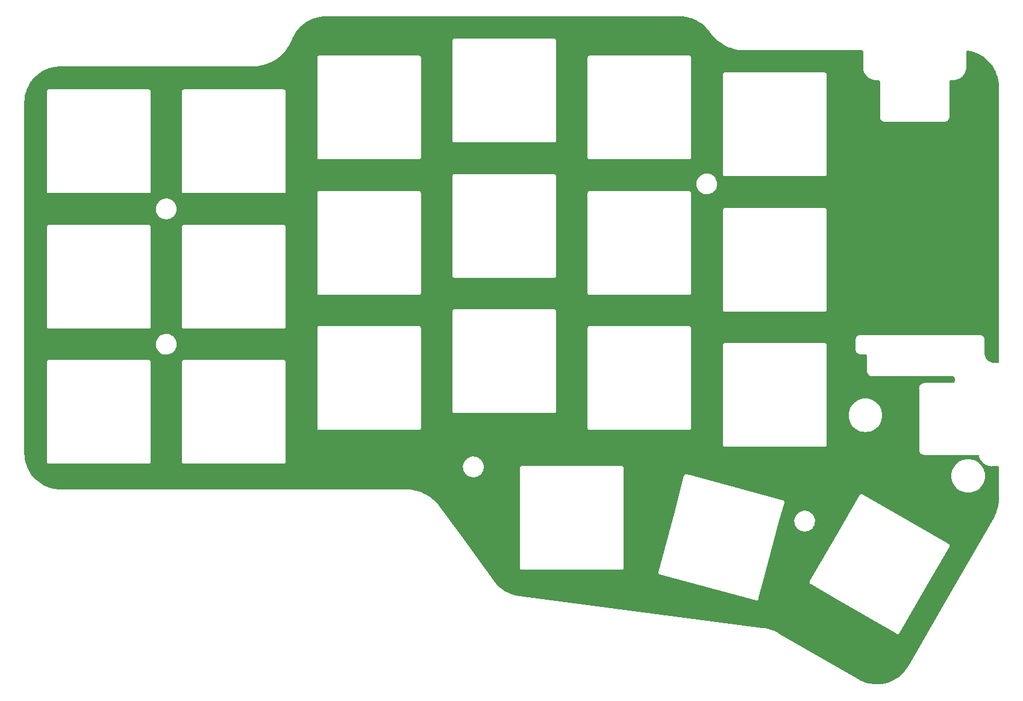
<source format=gbr>
%TF.GenerationSoftware,KiCad,Pcbnew,(6.0.0)*%
%TF.CreationDate,2023-03-10T14:28:10-08:00*%
%TF.ProjectId,uni_corne_plate_left,756e695f-636f-4726-9e65-5f706c617465,rev?*%
%TF.SameCoordinates,Original*%
%TF.FileFunction,Copper,L2,Bot*%
%TF.FilePolarity,Positive*%
%FSLAX46Y46*%
G04 Gerber Fmt 4.6, Leading zero omitted, Abs format (unit mm)*
G04 Created by KiCad (PCBNEW (6.0.0)) date 2023-03-10 14:28:10*
%MOMM*%
%LPD*%
G01*
G04 APERTURE LIST*
G04 APERTURE END LIST*
%TA.AperFunction,NonConductor*%
G36*
X142554625Y-38275563D02*
G01*
X142567472Y-38278118D01*
X142579643Y-38275697D01*
X142588994Y-38275697D01*
X142603240Y-38274583D01*
X142972395Y-38289458D01*
X142982507Y-38290274D01*
X143311775Y-38330248D01*
X143379779Y-38338503D01*
X143389789Y-38340130D01*
X143507313Y-38364120D01*
X143781870Y-38420163D01*
X143791720Y-38422590D01*
X143983916Y-38478251D01*
X144176119Y-38533914D01*
X144185730Y-38537123D01*
X144559912Y-38679009D01*
X144569236Y-38682981D01*
X144930798Y-38854515D01*
X144939766Y-38859221D01*
X145151746Y-38981586D01*
X145286361Y-39059292D01*
X145294936Y-39064714D01*
X145624297Y-39292013D01*
X145632402Y-39298102D01*
X145942404Y-39551159D01*
X145949990Y-39557877D01*
X146238656Y-39835082D01*
X146245667Y-39842380D01*
X146511069Y-40141882D01*
X146517487Y-40149740D01*
X146739478Y-40445073D01*
X146746656Y-40457431D01*
X146751968Y-40465124D01*
X146756891Y-40476514D01*
X146761147Y-40480642D01*
X146765900Y-40487006D01*
X146984703Y-40779982D01*
X147020434Y-40827826D01*
X147308611Y-41159183D01*
X147620605Y-41468219D01*
X147622385Y-41469738D01*
X147622391Y-41469743D01*
X147718976Y-41552139D01*
X147954691Y-41753227D01*
X147956579Y-41754609D01*
X147956580Y-41754610D01*
X148307130Y-42011247D01*
X148307141Y-42011254D01*
X148309024Y-42012633D01*
X148681647Y-42245003D01*
X149070499Y-42449053D01*
X149473435Y-42623657D01*
X149664416Y-42690047D01*
X149886007Y-42767078D01*
X149886016Y-42767081D01*
X149888226Y-42767849D01*
X149890496Y-42768453D01*
X149890498Y-42768454D01*
X150310327Y-42880233D01*
X150310337Y-42880235D01*
X150312582Y-42880833D01*
X150314864Y-42881262D01*
X150314868Y-42881263D01*
X150376027Y-42892763D01*
X150744158Y-42961985D01*
X150746493Y-42962246D01*
X150746503Y-42962248D01*
X151178227Y-43010595D01*
X151178234Y-43010596D01*
X151180569Y-43010857D01*
X151560083Y-43024971D01*
X151604308Y-43026616D01*
X151613586Y-43026961D01*
X151619405Y-43028118D01*
X151632252Y-43025563D01*
X151656830Y-43023142D01*
X168160733Y-43023142D01*
X168228854Y-43043144D01*
X168275347Y-43096800D01*
X168286733Y-43149142D01*
X168286733Y-45321008D01*
X168284312Y-45345586D01*
X168281757Y-45358433D01*
X168283245Y-45365915D01*
X168283854Y-45375212D01*
X168287384Y-45429078D01*
X168298640Y-45600870D01*
X168346024Y-45839162D01*
X168347349Y-45843065D01*
X168347349Y-45843067D01*
X168392195Y-45975223D01*
X168424096Y-46069234D01*
X168531521Y-46287151D01*
X168533808Y-46290575D01*
X168533809Y-46290577D01*
X168550745Y-46315934D01*
X168666462Y-46489189D01*
X168669177Y-46492286D01*
X168821068Y-46665564D01*
X168826613Y-46671890D01*
X168829706Y-46674604D01*
X168829710Y-46674608D01*
X168889221Y-46726826D01*
X169009234Y-46832133D01*
X169012655Y-46834421D01*
X169012661Y-46834425D01*
X169207773Y-46964884D01*
X169207778Y-46964887D01*
X169211203Y-46967177D01*
X169214899Y-46969002D01*
X169214902Y-46969003D01*
X169425364Y-47072885D01*
X169425367Y-47072886D01*
X169429066Y-47074712D01*
X169432971Y-47076039D01*
X169432975Y-47076041D01*
X169450619Y-47082038D01*
X169659099Y-47152900D01*
X169897367Y-47200403D01*
X170026938Y-47208959D01*
X170122527Y-47215271D01*
X170122528Y-47215271D01*
X170132313Y-47215917D01*
X170139795Y-47217409D01*
X170152646Y-47214859D01*
X170177223Y-47212451D01*
X170277994Y-47212503D01*
X170378436Y-47212554D01*
X170403009Y-47214986D01*
X170415857Y-47217548D01*
X170426343Y-47215467D01*
X170441785Y-47216690D01*
X170472142Y-47221512D01*
X170509620Y-47233706D01*
X170542621Y-47250536D01*
X170574495Y-47273709D01*
X170600679Y-47299906D01*
X170623835Y-47331790D01*
X170640649Y-47364803D01*
X170652821Y-47402278D01*
X170653634Y-47407407D01*
X170657630Y-47432646D01*
X170658844Y-47448085D01*
X170656758Y-47458571D01*
X170659179Y-47470743D01*
X170659313Y-47471415D01*
X170661734Y-47495996D01*
X170661734Y-52288850D01*
X170659313Y-52313428D01*
X170656758Y-52326275D01*
X170659180Y-52338449D01*
X170659180Y-52340161D01*
X170659996Y-52345663D01*
X170672644Y-52474084D01*
X170715759Y-52616213D01*
X170785773Y-52747201D01*
X170879996Y-52862012D01*
X170994807Y-52956235D01*
X171000265Y-52959152D01*
X171000266Y-52959153D01*
X171120337Y-53023332D01*
X171120340Y-53023333D01*
X171125795Y-53026249D01*
X171267924Y-53069364D01*
X171396345Y-53082012D01*
X171401847Y-53082828D01*
X171403559Y-53082828D01*
X171415733Y-53085250D01*
X171428580Y-53082695D01*
X171453158Y-53080274D01*
X179628310Y-53080274D01*
X179652888Y-53082695D01*
X179665735Y-53085250D01*
X179677909Y-53082828D01*
X179679621Y-53082828D01*
X179685123Y-53082012D01*
X179813544Y-53069364D01*
X179955673Y-53026249D01*
X179961128Y-53023333D01*
X179961131Y-53023332D01*
X180081202Y-52959153D01*
X180081203Y-52959152D01*
X180086661Y-52956235D01*
X180201472Y-52862012D01*
X180295695Y-52747201D01*
X180365709Y-52616213D01*
X180408824Y-52474084D01*
X180421472Y-52345663D01*
X180422288Y-52340161D01*
X180422288Y-52338449D01*
X180424710Y-52326275D01*
X180422155Y-52313428D01*
X180419734Y-52288850D01*
X180419734Y-47501163D01*
X180422155Y-47476582D01*
X180422289Y-47475908D01*
X180424710Y-47463737D01*
X180422626Y-47453258D01*
X180423842Y-47437813D01*
X180428660Y-47407407D01*
X180440847Y-47369911D01*
X180457681Y-47336884D01*
X180480864Y-47304989D01*
X180507079Y-47278787D01*
X180538991Y-47255617D01*
X180572025Y-47238801D01*
X180609528Y-47226632D01*
X180639938Y-47221829D01*
X180655376Y-47220622D01*
X180665856Y-47222712D01*
X180678028Y-47220297D01*
X180678031Y-47220297D01*
X180678699Y-47220164D01*
X180703285Y-47217754D01*
X180803072Y-47217805D01*
X180902080Y-47217856D01*
X180926652Y-47220288D01*
X180939500Y-47222850D01*
X180946985Y-47221365D01*
X181182083Y-47206071D01*
X181345171Y-47173708D01*
X181416474Y-47159559D01*
X181416479Y-47159558D01*
X181420529Y-47158754D01*
X181650757Y-47080711D01*
X181737931Y-47037764D01*
X181865126Y-46975101D01*
X181865134Y-46975097D01*
X181868825Y-46973278D01*
X182070999Y-46838294D01*
X182081897Y-46828743D01*
X182250719Y-46680787D01*
X182250721Y-46680785D01*
X182253820Y-46678069D01*
X182414158Y-46495348D01*
X182416449Y-46491921D01*
X182416453Y-46491916D01*
X182528292Y-46324630D01*
X182549267Y-46293256D01*
X182552280Y-46287151D01*
X182618677Y-46152588D01*
X182656835Y-46075255D01*
X182735020Y-45845076D01*
X182782484Y-45606659D01*
X182782865Y-45600870D01*
X182794146Y-45429078D01*
X182797923Y-45371570D01*
X182799413Y-45364086D01*
X182796860Y-45351242D01*
X182794441Y-45326660D01*
X182794446Y-45290547D01*
X182794685Y-43193277D01*
X182814695Y-43125159D01*
X182868356Y-43078672D01*
X182932461Y-43067844D01*
X182950560Y-43069543D01*
X182961091Y-43070981D01*
X183104627Y-43096800D01*
X183373885Y-43145234D01*
X183384243Y-43147553D01*
X183586767Y-43201948D01*
X183789282Y-43256340D01*
X183799425Y-43259528D01*
X184193863Y-43402081D01*
X184203700Y-43406113D01*
X184584718Y-43581418D01*
X184594171Y-43586260D01*
X184959042Y-43793059D01*
X184968059Y-43798685D01*
X185048087Y-43853440D01*
X185314201Y-44035516D01*
X185322715Y-44041885D01*
X185647648Y-44307049D01*
X185655595Y-44314113D01*
X185957018Y-44605734D01*
X185964341Y-44613443D01*
X186240102Y-44929436D01*
X186246749Y-44937736D01*
X186494890Y-45275862D01*
X186500813Y-45284691D01*
X186719553Y-45642518D01*
X186724712Y-45651817D01*
X186912511Y-46026830D01*
X186916866Y-46036529D01*
X187072373Y-46426024D01*
X187075896Y-46436056D01*
X187164393Y-46726826D01*
X187198013Y-46837291D01*
X187200676Y-46847581D01*
X187288087Y-47255617D01*
X187288530Y-47257686D01*
X187290315Y-47268163D01*
X187296800Y-47319101D01*
X187343277Y-47684200D01*
X187344174Y-47694794D01*
X187360587Y-48083422D01*
X187359541Y-48096963D01*
X187359541Y-48106972D01*
X187357120Y-48119142D01*
X187359541Y-48131312D01*
X187359675Y-48131986D01*
X187362096Y-48156567D01*
X187362096Y-86821768D01*
X187342094Y-86889889D01*
X187288438Y-86936382D01*
X187236096Y-86947768D01*
X186753521Y-86947768D01*
X186728943Y-86945347D01*
X186716096Y-86942792D01*
X186703926Y-86945212D01*
X186691515Y-86945212D01*
X186691515Y-86944357D01*
X186680800Y-86944990D01*
X186515421Y-86931975D01*
X186495893Y-86928882D01*
X186440390Y-86915557D01*
X186309796Y-86884204D01*
X186291001Y-86878097D01*
X186114182Y-86804856D01*
X186096577Y-86795886D01*
X185933386Y-86695883D01*
X185917400Y-86684268D01*
X185771868Y-86559972D01*
X185757890Y-86545994D01*
X185746420Y-86532564D01*
X185633596Y-86400464D01*
X185621980Y-86384476D01*
X185578048Y-86312785D01*
X185521978Y-86221287D01*
X185513008Y-86203682D01*
X185439767Y-86026863D01*
X185433659Y-86008064D01*
X185430321Y-85994158D01*
X185388982Y-85821971D01*
X185385889Y-85802443D01*
X185381309Y-85744242D01*
X185372874Y-85637064D01*
X185373507Y-85626349D01*
X185372652Y-85626349D01*
X185372652Y-85613938D01*
X185375072Y-85601768D01*
X185372517Y-85588921D01*
X185370096Y-85564343D01*
X185370096Y-83806566D01*
X185372517Y-83781985D01*
X185372651Y-83781313D01*
X185375072Y-83769141D01*
X185372650Y-83756967D01*
X185372650Y-83755255D01*
X185371834Y-83749753D01*
X185359793Y-83627497D01*
X185359186Y-83621332D01*
X185316071Y-83479203D01*
X185294840Y-83439481D01*
X185248975Y-83353674D01*
X185248974Y-83353673D01*
X185246057Y-83348215D01*
X185151834Y-83233404D01*
X185037023Y-83139181D01*
X184916198Y-83074599D01*
X184911493Y-83072084D01*
X184911490Y-83072083D01*
X184906035Y-83069167D01*
X184763906Y-83026052D01*
X184635485Y-83013404D01*
X184629983Y-83012588D01*
X184628271Y-83012588D01*
X184616097Y-83010166D01*
X184603250Y-83012721D01*
X184578672Y-83015142D01*
X168003520Y-83015142D01*
X167978942Y-83012721D01*
X167966095Y-83010166D01*
X167953921Y-83012588D01*
X167952209Y-83012588D01*
X167946707Y-83013404D01*
X167818286Y-83026052D01*
X167676157Y-83069167D01*
X167670702Y-83072083D01*
X167670699Y-83072084D01*
X167665994Y-83074599D01*
X167545169Y-83139181D01*
X167430358Y-83233404D01*
X167336135Y-83348215D01*
X167333218Y-83353673D01*
X167333217Y-83353674D01*
X167287353Y-83439481D01*
X167266121Y-83479203D01*
X167223006Y-83621332D01*
X167222399Y-83627497D01*
X167210358Y-83749753D01*
X167209542Y-83755255D01*
X167209542Y-83756967D01*
X167207120Y-83769141D01*
X167209541Y-83781313D01*
X167209675Y-83781985D01*
X167212096Y-83806566D01*
X167212096Y-84931718D01*
X167209675Y-84956296D01*
X167207120Y-84969143D01*
X167209542Y-84981317D01*
X167209542Y-84983029D01*
X167210358Y-84988531D01*
X167223006Y-85116952D01*
X167266121Y-85259081D01*
X167336135Y-85390069D01*
X167430358Y-85504880D01*
X167545169Y-85599103D01*
X167550627Y-85602020D01*
X167550628Y-85602021D01*
X167670699Y-85666200D01*
X167670702Y-85666201D01*
X167676157Y-85669117D01*
X167818286Y-85712232D01*
X167946707Y-85724880D01*
X167952209Y-85725696D01*
X167953921Y-85725696D01*
X167966095Y-85728118D01*
X167978942Y-85725563D01*
X168003520Y-85723142D01*
X168578669Y-85723142D01*
X168603250Y-85725563D01*
X168616095Y-85728118D01*
X168626578Y-85726033D01*
X168642019Y-85727248D01*
X168672402Y-85732060D01*
X168709895Y-85744242D01*
X168742912Y-85761065D01*
X168774804Y-85784237D01*
X168801001Y-85810434D01*
X168824173Y-85842326D01*
X168840996Y-85875343D01*
X168853178Y-85912836D01*
X168857990Y-85943219D01*
X168859205Y-85958660D01*
X168857120Y-85969143D01*
X168859541Y-85981314D01*
X168859675Y-85981988D01*
X168862096Y-86006569D01*
X168862096Y-88031718D01*
X168859675Y-88056296D01*
X168857120Y-88069143D01*
X168859542Y-88081317D01*
X168859542Y-88083029D01*
X168860358Y-88088531D01*
X168873006Y-88216952D01*
X168916121Y-88359081D01*
X168986135Y-88490069D01*
X169080358Y-88604880D01*
X169195169Y-88699103D01*
X169200627Y-88702020D01*
X169200628Y-88702021D01*
X169320699Y-88766200D01*
X169320702Y-88766201D01*
X169326157Y-88769117D01*
X169468286Y-88812232D01*
X169596707Y-88824880D01*
X169602209Y-88825696D01*
X169603921Y-88825696D01*
X169616095Y-88828118D01*
X169628942Y-88825563D01*
X169653520Y-88823142D01*
X180874470Y-88823142D01*
X180899051Y-88825563D01*
X180911896Y-88828118D01*
X180922379Y-88826033D01*
X180937820Y-88827248D01*
X180968203Y-88832060D01*
X181005696Y-88844242D01*
X181038713Y-88861065D01*
X181070605Y-88884237D01*
X181096802Y-88910434D01*
X181119974Y-88942326D01*
X181136797Y-88975343D01*
X181148979Y-89012836D01*
X181153791Y-89043219D01*
X181155006Y-89058660D01*
X181152921Y-89069143D01*
X181155342Y-89081314D01*
X181155476Y-89081988D01*
X181157897Y-89106569D01*
X181157897Y-89483621D01*
X181155476Y-89508202D01*
X181152921Y-89521047D01*
X181155006Y-89531530D01*
X181153791Y-89546971D01*
X181148979Y-89577354D01*
X181136797Y-89614847D01*
X181119974Y-89647864D01*
X181096802Y-89679756D01*
X181070605Y-89705953D01*
X181038713Y-89729125D01*
X181005696Y-89745948D01*
X180968203Y-89758130D01*
X180937820Y-89762942D01*
X180922379Y-89764157D01*
X180911896Y-89762072D01*
X180899725Y-89764493D01*
X180899051Y-89764627D01*
X180874470Y-89767048D01*
X176949321Y-89767048D01*
X176924743Y-89764627D01*
X176911896Y-89762072D01*
X176899722Y-89764494D01*
X176898010Y-89764494D01*
X176892508Y-89765310D01*
X176764087Y-89777958D01*
X176621958Y-89821073D01*
X176616503Y-89823989D01*
X176616500Y-89823990D01*
X176496429Y-89888169D01*
X176490970Y-89891087D01*
X176376159Y-89985310D01*
X176281936Y-90100121D01*
X176211922Y-90231109D01*
X176168807Y-90373238D01*
X176168200Y-90379403D01*
X176156159Y-90501659D01*
X176155343Y-90507161D01*
X176155343Y-90508873D01*
X176152921Y-90521047D01*
X176155342Y-90533219D01*
X176155476Y-90533891D01*
X176157897Y-90558472D01*
X176157897Y-99063624D01*
X176155476Y-99088202D01*
X176152921Y-99101049D01*
X176155343Y-99113223D01*
X176155343Y-99114935D01*
X176156159Y-99120437D01*
X176168807Y-99248858D01*
X176211922Y-99390987D01*
X176281936Y-99521975D01*
X176376159Y-99636786D01*
X176490970Y-99731009D01*
X176496428Y-99733926D01*
X176496429Y-99733927D01*
X176616500Y-99798106D01*
X176616503Y-99798107D01*
X176621958Y-99801023D01*
X176764087Y-99844138D01*
X176892508Y-99856786D01*
X176898010Y-99857602D01*
X176899722Y-99857602D01*
X176911896Y-99860024D01*
X176924743Y-99857469D01*
X176949321Y-99855048D01*
X184333489Y-99855048D01*
X184358067Y-99857469D01*
X184370914Y-99860024D01*
X184380871Y-99858043D01*
X184396476Y-99859346D01*
X184430473Y-99865062D01*
X184469951Y-99878723D01*
X184504368Y-99897513D01*
X184537211Y-99923335D01*
X184563592Y-99952347D01*
X184586187Y-99987495D01*
X184599757Y-100019170D01*
X184604707Y-100034034D01*
X184605132Y-100044176D01*
X184607889Y-100050116D01*
X184679820Y-100278727D01*
X184681597Y-100282520D01*
X184681600Y-100282528D01*
X184782435Y-100497778D01*
X184782438Y-100497784D01*
X184784218Y-100501583D01*
X184801988Y-100529224D01*
X184898907Y-100679981D01*
X184917300Y-100708592D01*
X184920015Y-100711786D01*
X184920017Y-100711788D01*
X184964039Y-100763566D01*
X185076707Y-100896085D01*
X185259612Y-101060735D01*
X185263079Y-101063105D01*
X185263080Y-101063106D01*
X185450992Y-101191571D01*
X185462771Y-101199624D01*
X185528251Y-101232590D01*
X185678835Y-101308403D01*
X185678841Y-101308405D01*
X185682582Y-101310289D01*
X185766820Y-101339439D01*
X185896163Y-101384197D01*
X185915149Y-101390767D01*
X185919261Y-101391600D01*
X185919268Y-101391602D01*
X186070797Y-101422301D01*
X186156346Y-101439633D01*
X186160534Y-101439912D01*
X186160538Y-101439913D01*
X186384787Y-101454876D01*
X186395474Y-101455589D01*
X186401897Y-101456867D01*
X186414744Y-101454312D01*
X186439322Y-101451891D01*
X187236096Y-101451891D01*
X187304217Y-101471893D01*
X187350710Y-101525549D01*
X187362096Y-101577891D01*
X187362096Y-106040293D01*
X187359675Y-106064871D01*
X187357120Y-106077718D01*
X187359541Y-106089889D01*
X187359541Y-106098302D01*
X187360756Y-106113559D01*
X187352305Y-106339651D01*
X187348699Y-106436122D01*
X187348050Y-106453471D01*
X187347347Y-106462858D01*
X187305815Y-106831821D01*
X187304416Y-106841118D01*
X187248107Y-107139011D01*
X187235448Y-107205983D01*
X187233355Y-107215160D01*
X187137347Y-107573832D01*
X187134578Y-107582818D01*
X187074048Y-107755985D01*
X187012055Y-107933336D01*
X187008619Y-107942099D01*
X186860272Y-108282484D01*
X186856191Y-108290967D01*
X186745851Y-108499980D01*
X186697394Y-108591769D01*
X186688725Y-108604370D01*
X186684519Y-108611663D01*
X186676340Y-108620999D01*
X186672356Y-108632753D01*
X186672356Y-108632754D01*
X186672136Y-108633403D01*
X186661955Y-108655904D01*
X180817077Y-118791372D01*
X174638345Y-129505770D01*
X174623970Y-129525852D01*
X174623519Y-129526366D01*
X174623518Y-129526368D01*
X174615340Y-129535703D01*
X174611356Y-129547458D01*
X174606500Y-129555880D01*
X174600517Y-129568408D01*
X174397126Y-129889650D01*
X174391196Y-129898210D01*
X174143570Y-130225913D01*
X174136954Y-130233956D01*
X173863089Y-130540115D01*
X173855831Y-130547583D01*
X173741732Y-130655671D01*
X173557617Y-130830085D01*
X173549789Y-130836908D01*
X173229267Y-131093817D01*
X173220891Y-131099979D01*
X173045632Y-131218088D01*
X172880252Y-131329539D01*
X172871383Y-131334997D01*
X172512961Y-131535638D01*
X172503672Y-131540345D01*
X172129890Y-131710708D01*
X172120247Y-131714630D01*
X171973368Y-131767410D01*
X171733697Y-131853535D01*
X171723760Y-131856649D01*
X171327050Y-131963163D01*
X171316889Y-131965446D01*
X170912725Y-132038838D01*
X170902410Y-132040273D01*
X170493585Y-132080036D01*
X170483188Y-132080615D01*
X170266919Y-132083705D01*
X170072455Y-132086483D01*
X170062063Y-132086201D01*
X169857157Y-132072167D01*
X169652260Y-132058132D01*
X169641909Y-132056992D01*
X169352337Y-132012913D01*
X169235823Y-131995177D01*
X169225607Y-131993188D01*
X169099500Y-131963163D01*
X168826005Y-131898047D01*
X168815983Y-131895218D01*
X168425619Y-131767410D01*
X168415880Y-131763770D01*
X168037372Y-131604149D01*
X168027954Y-131599709D01*
X167862132Y-131513010D01*
X167691026Y-131423548D01*
X167679566Y-131415697D01*
X167671152Y-131410845D01*
X167661816Y-131402666D01*
X167650060Y-131398682D01*
X167649409Y-131398461D01*
X167626906Y-131388279D01*
X156394951Y-124911085D01*
X156374867Y-124896709D01*
X156374348Y-124896254D01*
X156374346Y-124896253D01*
X156365013Y-124888076D01*
X156354476Y-124884505D01*
X156350523Y-124882395D01*
X156350522Y-124882394D01*
X156349537Y-124881868D01*
X156346101Y-124879961D01*
X156345369Y-124879644D01*
X156183804Y-124793403D01*
X156022488Y-124707295D01*
X156020604Y-124706443D01*
X156020594Y-124706438D01*
X155671547Y-124548573D01*
X155671541Y-124548570D01*
X155669656Y-124547718D01*
X155307126Y-124411601D01*
X154936457Y-124299530D01*
X154559242Y-124211985D01*
X154557198Y-124211650D01*
X154557173Y-124211645D01*
X154198069Y-124152779D01*
X154197304Y-124152588D01*
X154193378Y-124152010D01*
X154192445Y-124151857D01*
X154192439Y-124151857D01*
X154187880Y-124151110D01*
X154177336Y-124147545D01*
X154164954Y-124148372D01*
X154164950Y-124148371D01*
X154164267Y-124148417D01*
X154139581Y-124147639D01*
X119952840Y-119688746D01*
X119928781Y-119683167D01*
X119928125Y-119682945D01*
X119928122Y-119682945D01*
X119916369Y-119678971D01*
X119903987Y-119679798D01*
X119894611Y-119678575D01*
X119880456Y-119677841D01*
X119659901Y-119639922D01*
X119513392Y-119614733D01*
X119503411Y-119612597D01*
X119112966Y-119512319D01*
X119103193Y-119509382D01*
X118722148Y-119377787D01*
X118712632Y-119374062D01*
X118343505Y-119212019D01*
X118334331Y-119207539D01*
X117979561Y-119016118D01*
X117970784Y-119010913D01*
X117632693Y-118791368D01*
X117624361Y-118785464D01*
X117305162Y-118539232D01*
X117297330Y-118532666D01*
X116999167Y-118261401D01*
X116991892Y-118254223D01*
X116716667Y-117959657D01*
X116709999Y-117951912D01*
X116478631Y-117660075D01*
X116471195Y-117647998D01*
X116465628Y-117640359D01*
X116460416Y-117629097D01*
X116451289Y-117620684D01*
X116450782Y-117620216D01*
X116434353Y-117601781D01*
X115586087Y-116437792D01*
X139496598Y-116437792D01*
X139529079Y-116533477D01*
X139595704Y-116609449D01*
X139686331Y-116654141D01*
X139699407Y-116654998D01*
X139723767Y-116659019D01*
X153222729Y-120276056D01*
X153245844Y-120284757D01*
X153257589Y-120290549D01*
X153269970Y-120291361D01*
X153269972Y-120291361D01*
X153311905Y-120294109D01*
X153358420Y-120297158D01*
X153377889Y-120290549D01*
X153442352Y-120268667D01*
X153442353Y-120268666D01*
X153454105Y-120264677D01*
X153530077Y-120198052D01*
X153532779Y-120192573D01*
X153563487Y-120130302D01*
X153563488Y-120130302D01*
X153563489Y-120130296D01*
X153569277Y-120118559D01*
X153574768Y-120107425D01*
X153575624Y-120094362D01*
X153579647Y-120069990D01*
X153626085Y-119896682D01*
X154208229Y-117724090D01*
X160754103Y-117724090D01*
X160760712Y-117824921D01*
X160805404Y-117915548D01*
X160881376Y-117982173D01*
X160893123Y-117986161D01*
X160893124Y-117986161D01*
X160893779Y-117986383D01*
X160916277Y-117996577D01*
X164864449Y-120276055D01*
X173010229Y-124979023D01*
X173019109Y-124984150D01*
X173039188Y-124998539D01*
X173049033Y-125007173D01*
X173073186Y-125015372D01*
X173125249Y-125033045D01*
X173144718Y-125039654D01*
X173206400Y-125035611D01*
X173233163Y-125033857D01*
X173233164Y-125033857D01*
X173245549Y-125033045D01*
X173336176Y-124988353D01*
X173402801Y-124912381D01*
X173407012Y-124899977D01*
X173417205Y-124877480D01*
X177237000Y-118261401D01*
X180404779Y-112774646D01*
X180419167Y-112754569D01*
X180419620Y-112754053D01*
X180419621Y-112754052D01*
X180427801Y-112744724D01*
X180460282Y-112649039D01*
X180453673Y-112548208D01*
X180408981Y-112457581D01*
X180352186Y-112407774D01*
X180333009Y-112390956D01*
X180320605Y-112386745D01*
X180298108Y-112376552D01*
X172884542Y-108096328D01*
X168195274Y-105388978D01*
X168175197Y-105374590D01*
X168174681Y-105374137D01*
X168174680Y-105374136D01*
X168165352Y-105365956D01*
X168069667Y-105333475D01*
X168008808Y-105337464D01*
X167981222Y-105339272D01*
X167981221Y-105339272D01*
X167968836Y-105340084D01*
X167878209Y-105384776D01*
X167811584Y-105460748D01*
X167807596Y-105472495D01*
X167807596Y-105472496D01*
X167807374Y-105473151D01*
X167797180Y-105495649D01*
X164841248Y-110615474D01*
X161386012Y-116600119D01*
X160809607Y-117598481D01*
X160795218Y-117618560D01*
X160786584Y-117628405D01*
X160778385Y-117652558D01*
X160754103Y-117724090D01*
X154208229Y-117724090D01*
X156510763Y-109130918D01*
X158621645Y-109130918D01*
X158622939Y-109153356D01*
X158635408Y-109369615D01*
X158636545Y-109374661D01*
X158636546Y-109374667D01*
X158657976Y-109469757D01*
X158687972Y-109602859D01*
X158777924Y-109824387D01*
X158902851Y-110028248D01*
X159059395Y-110208967D01*
X159063370Y-110212267D01*
X159063374Y-110212271D01*
X159139864Y-110275774D01*
X159243354Y-110361693D01*
X159449786Y-110482322D01*
X159673149Y-110567616D01*
X159678217Y-110568647D01*
X159678220Y-110568648D01*
X159793784Y-110592160D01*
X159907443Y-110615284D01*
X159912616Y-110615474D01*
X159912619Y-110615474D01*
X160141212Y-110623856D01*
X160141216Y-110623856D01*
X160146376Y-110624045D01*
X160151496Y-110623389D01*
X160151498Y-110623389D01*
X160223935Y-110614110D01*
X160383532Y-110593665D01*
X160388480Y-110592180D01*
X160388487Y-110592179D01*
X160607591Y-110526444D01*
X160607590Y-110526444D01*
X160612541Y-110524959D01*
X160713188Y-110475652D01*
X160822603Y-110422051D01*
X160822608Y-110422048D01*
X160827254Y-110419772D01*
X160831464Y-110416769D01*
X160831469Y-110416766D01*
X161017692Y-110283934D01*
X161017697Y-110283930D01*
X161021904Y-110280929D01*
X161191263Y-110112160D01*
X161330785Y-109917996D01*
X161383752Y-109810824D01*
X161434426Y-109708293D01*
X161434427Y-109708291D01*
X161436720Y-109703651D01*
X161506225Y-109474883D01*
X161537433Y-109237835D01*
X161537515Y-109234483D01*
X161539093Y-109169928D01*
X161539093Y-109169924D01*
X161539175Y-109166564D01*
X161519584Y-108928274D01*
X161461337Y-108696384D01*
X161405720Y-108568472D01*
X161368059Y-108481857D01*
X161368057Y-108481854D01*
X161365999Y-108477120D01*
X161304653Y-108382294D01*
X161238940Y-108280717D01*
X161238936Y-108280711D01*
X161236129Y-108276373D01*
X161214557Y-108252665D01*
X161185368Y-108220587D01*
X161075216Y-108099531D01*
X161071165Y-108096332D01*
X161071161Y-108096328D01*
X160891639Y-107954551D01*
X160887581Y-107951346D01*
X160678263Y-107835796D01*
X160556075Y-107792527D01*
X160457758Y-107757711D01*
X160457754Y-107757710D01*
X160452883Y-107755985D01*
X160447790Y-107755078D01*
X160447787Y-107755077D01*
X160222583Y-107714962D01*
X160222577Y-107714961D01*
X160217494Y-107714056D01*
X160126214Y-107712941D01*
X159983587Y-107711198D01*
X159983585Y-107711198D01*
X159978418Y-107711135D01*
X159742076Y-107747301D01*
X159630329Y-107783825D01*
X159519731Y-107819973D01*
X159519725Y-107819976D01*
X159514813Y-107821581D01*
X159510227Y-107823968D01*
X159510223Y-107823970D01*
X159482698Y-107838299D01*
X159302735Y-107931983D01*
X159111535Y-108075539D01*
X158946349Y-108248396D01*
X158811614Y-108445911D01*
X158809441Y-108450593D01*
X158809439Y-108450596D01*
X158714138Y-108655906D01*
X158710947Y-108662780D01*
X158647052Y-108893178D01*
X158621645Y-109130918D01*
X156510763Y-109130918D01*
X157196684Y-106571027D01*
X157205386Y-106547909D01*
X157205689Y-106547295D01*
X157211177Y-106536167D01*
X157217786Y-106435336D01*
X157185305Y-106339651D01*
X157118680Y-106263679D01*
X157050930Y-106230269D01*
X157050925Y-106230267D01*
X157039188Y-106224479D01*
X157039187Y-106224479D01*
X157028053Y-106218988D01*
X157015668Y-106218176D01*
X157015667Y-106218176D01*
X157015110Y-106218140D01*
X157014990Y-106218132D01*
X156990618Y-106214109D01*
X144273484Y-102806564D01*
X180692141Y-102806564D01*
X180692411Y-102810683D01*
X180709687Y-103074257D01*
X180712323Y-103114482D01*
X180713125Y-103118515D01*
X180713126Y-103118521D01*
X180771718Y-103413081D01*
X180772524Y-103417131D01*
X180773851Y-103421040D01*
X180773852Y-103421044D01*
X180805066Y-103512998D01*
X180871713Y-103709334D01*
X180873536Y-103713030D01*
X180873539Y-103713038D01*
X180961605Y-103891616D01*
X181008194Y-103986089D01*
X181010488Y-103989522D01*
X181010489Y-103989524D01*
X181084936Y-104100941D01*
X181179631Y-104242663D01*
X181383091Y-104474665D01*
X181615093Y-104678125D01*
X181618519Y-104680414D01*
X181618524Y-104680418D01*
X181812104Y-104809764D01*
X181871666Y-104849562D01*
X181875365Y-104851386D01*
X181875370Y-104851389D01*
X182017569Y-104921513D01*
X182148422Y-104986043D01*
X182152327Y-104987368D01*
X182152328Y-104987369D01*
X182436712Y-105083904D01*
X182436716Y-105083905D01*
X182440625Y-105085232D01*
X182444669Y-105086036D01*
X182444675Y-105086038D01*
X182739235Y-105144630D01*
X182739241Y-105144631D01*
X182743274Y-105145433D01*
X182747379Y-105145702D01*
X182747386Y-105145703D01*
X183047073Y-105165345D01*
X183051192Y-105165615D01*
X183055311Y-105165345D01*
X183354998Y-105145703D01*
X183355005Y-105145702D01*
X183359110Y-105145433D01*
X183363143Y-105144631D01*
X183363149Y-105144630D01*
X183657709Y-105086038D01*
X183657715Y-105086036D01*
X183661759Y-105085232D01*
X183665668Y-105083905D01*
X183665672Y-105083904D01*
X183950056Y-104987369D01*
X183950057Y-104987368D01*
X183953962Y-104986043D01*
X184084815Y-104921513D01*
X184227014Y-104851389D01*
X184227019Y-104851386D01*
X184230718Y-104849562D01*
X184290280Y-104809764D01*
X184483860Y-104680418D01*
X184483865Y-104680414D01*
X184487291Y-104678125D01*
X184719293Y-104474665D01*
X184922753Y-104242663D01*
X185017449Y-104100941D01*
X185091895Y-103989524D01*
X185091896Y-103989522D01*
X185094190Y-103986089D01*
X185140779Y-103891616D01*
X185228845Y-103713038D01*
X185228848Y-103713030D01*
X185230671Y-103709334D01*
X185297318Y-103512998D01*
X185328532Y-103421044D01*
X185328533Y-103421040D01*
X185329860Y-103417131D01*
X185330666Y-103413081D01*
X185389258Y-103118521D01*
X185389259Y-103118515D01*
X185390061Y-103114482D01*
X185392698Y-103074257D01*
X185409973Y-102810683D01*
X185410243Y-102806564D01*
X185400819Y-102662779D01*
X185390331Y-102502758D01*
X185390330Y-102502751D01*
X185390061Y-102498646D01*
X185387087Y-102483692D01*
X185330666Y-102200047D01*
X185330664Y-102200041D01*
X185329860Y-102195997D01*
X185296381Y-102097369D01*
X185232000Y-101907709D01*
X185232000Y-101907708D01*
X185230671Y-101903794D01*
X185228848Y-101900098D01*
X185228845Y-101900090D01*
X185096016Y-101630742D01*
X185094190Y-101627039D01*
X185091715Y-101623335D01*
X184925046Y-101373896D01*
X184925042Y-101373891D01*
X184922753Y-101370465D01*
X184719293Y-101138463D01*
X184487291Y-100935003D01*
X184483865Y-100932714D01*
X184483860Y-100932710D01*
X184283957Y-100799139D01*
X184230718Y-100763566D01*
X184227019Y-100761742D01*
X184227014Y-100761739D01*
X184061224Y-100679981D01*
X183953962Y-100627085D01*
X183822807Y-100582564D01*
X183665672Y-100529224D01*
X183665668Y-100529223D01*
X183661759Y-100527896D01*
X183657715Y-100527092D01*
X183657709Y-100527090D01*
X183363149Y-100468498D01*
X183363143Y-100468497D01*
X183359110Y-100467695D01*
X183355005Y-100467426D01*
X183354998Y-100467425D01*
X183055311Y-100447783D01*
X183051192Y-100447513D01*
X183047073Y-100447783D01*
X182747386Y-100467425D01*
X182747379Y-100467426D01*
X182743274Y-100467695D01*
X182739241Y-100468497D01*
X182739235Y-100468498D01*
X182444675Y-100527090D01*
X182444669Y-100527092D01*
X182440625Y-100527896D01*
X182436716Y-100529223D01*
X182436712Y-100529224D01*
X182279577Y-100582564D01*
X182148422Y-100627085D01*
X182144726Y-100628908D01*
X182144718Y-100628911D01*
X181976662Y-100711788D01*
X181871667Y-100763566D01*
X181868234Y-100765860D01*
X181868232Y-100765861D01*
X181618524Y-100932710D01*
X181618519Y-100932714D01*
X181615093Y-100935003D01*
X181383091Y-101138463D01*
X181179631Y-101370465D01*
X181177342Y-101373891D01*
X181177338Y-101373896D01*
X181010669Y-101623335D01*
X181008194Y-101627039D01*
X181006368Y-101630742D01*
X180873539Y-101900090D01*
X180873536Y-101900098D01*
X180871713Y-101903794D01*
X180870384Y-101907708D01*
X180870384Y-101907709D01*
X180806004Y-102097369D01*
X180772524Y-102195997D01*
X180771720Y-102200041D01*
X180771718Y-102200047D01*
X180715298Y-102483692D01*
X180712323Y-102498646D01*
X180712054Y-102502751D01*
X180712053Y-102502758D01*
X180700759Y-102675077D01*
X180695941Y-102748580D01*
X180692141Y-102806564D01*
X144273484Y-102806564D01*
X143491653Y-102597073D01*
X143468538Y-102588372D01*
X143456795Y-102582581D01*
X143444409Y-102581769D01*
X143444408Y-102581769D01*
X143431347Y-102580913D01*
X143431343Y-102580913D01*
X143431342Y-102580912D01*
X143355964Y-102575971D01*
X143344213Y-102579960D01*
X143344212Y-102579960D01*
X143272032Y-102604462D01*
X143272031Y-102604463D01*
X143260279Y-102608452D01*
X143184307Y-102675077D01*
X143139615Y-102765704D01*
X143138803Y-102778084D01*
X143138803Y-102778085D01*
X143138758Y-102778776D01*
X143134735Y-102803143D01*
X141785569Y-107838299D01*
X139517700Y-116302098D01*
X139509002Y-116325209D01*
X139503207Y-116336961D01*
X139501539Y-116362414D01*
X139496598Y-116437792D01*
X115586087Y-116437792D01*
X115056842Y-115711564D01*
X120073216Y-115711564D01*
X120078192Y-115736581D01*
X120092929Y-115810670D01*
X120149068Y-115894688D01*
X120233086Y-115950827D01*
X120332192Y-115970540D01*
X120345039Y-115967985D01*
X120369617Y-115965564D01*
X134344767Y-115965564D01*
X134369345Y-115967985D01*
X134382192Y-115970540D01*
X134481298Y-115950827D01*
X134565316Y-115894688D01*
X134621455Y-115810670D01*
X134636192Y-115736581D01*
X134641168Y-115711564D01*
X134638613Y-115698717D01*
X134636192Y-115674139D01*
X134636192Y-101698989D01*
X134638613Y-101674408D01*
X134638747Y-101673734D01*
X134641168Y-101661564D01*
X134621455Y-101562458D01*
X134565316Y-101478440D01*
X134481298Y-101422301D01*
X134407209Y-101407564D01*
X134394364Y-101405009D01*
X134382192Y-101402588D01*
X134369345Y-101405143D01*
X134344767Y-101407564D01*
X120369617Y-101407564D01*
X120345039Y-101405143D01*
X120332192Y-101402588D01*
X120320020Y-101405009D01*
X120307175Y-101407564D01*
X120233086Y-101422301D01*
X120222769Y-101429195D01*
X120222768Y-101429195D01*
X120184334Y-101454876D01*
X120149068Y-101478440D01*
X120092929Y-101562458D01*
X120073216Y-101661564D01*
X120075637Y-101673734D01*
X120075771Y-101674408D01*
X120078192Y-101698989D01*
X120078192Y-115674139D01*
X120075771Y-115698717D01*
X120073216Y-115711564D01*
X115056842Y-115711564D01*
X111744707Y-111166662D01*
X108833700Y-107172186D01*
X108821180Y-107150894D01*
X108820893Y-107150274D01*
X108815681Y-107139011D01*
X108813705Y-107137190D01*
X108528056Y-106775880D01*
X108213188Y-106436122D01*
X107872671Y-106122075D01*
X107870732Y-106120549D01*
X107870723Y-106120542D01*
X107510546Y-105837201D01*
X107510539Y-105837196D01*
X107508598Y-105835669D01*
X107204152Y-105632643D01*
X107125254Y-105580028D01*
X107125246Y-105580023D01*
X107123208Y-105578664D01*
X106758136Y-105374590D01*
X106721023Y-105353844D01*
X106721021Y-105353843D01*
X106718869Y-105352640D01*
X106298066Y-105158986D01*
X105863385Y-104998892D01*
X105861016Y-104998225D01*
X105861010Y-104998223D01*
X105419886Y-104874014D01*
X105419883Y-104874013D01*
X105417499Y-104873342D01*
X104963148Y-104783109D01*
X104960706Y-104782820D01*
X104960697Y-104782819D01*
X104730177Y-104755577D01*
X104503124Y-104728745D01*
X104042892Y-104710690D01*
X104040255Y-104710166D01*
X104027408Y-104712721D01*
X104002830Y-104715142D01*
X55553521Y-104715142D01*
X55528943Y-104712721D01*
X55516096Y-104710166D01*
X55503923Y-104712587D01*
X55494220Y-104712587D01*
X55480355Y-104713663D01*
X55100478Y-104697952D01*
X55090100Y-104697092D01*
X54833654Y-104665126D01*
X54682491Y-104646283D01*
X54672226Y-104644571D01*
X54467094Y-104601559D01*
X54270207Y-104560276D01*
X54260112Y-104557720D01*
X53866417Y-104440512D01*
X53856575Y-104437134D01*
X53473885Y-104287807D01*
X53464385Y-104283640D01*
X53095352Y-104103231D01*
X53086197Y-104098277D01*
X52897922Y-103986089D01*
X52733316Y-103888005D01*
X52724611Y-103882318D01*
X52390305Y-103643629D01*
X52382098Y-103637242D01*
X52068628Y-103371745D01*
X52060981Y-103364704D01*
X51770534Y-103074257D01*
X51763493Y-103066610D01*
X51497996Y-102753140D01*
X51491606Y-102744929D01*
X51435891Y-102666895D01*
X51252920Y-102410627D01*
X51247232Y-102401921D01*
X51203704Y-102328871D01*
X51036960Y-102049038D01*
X51032005Y-102039882D01*
X51004352Y-101983317D01*
X50851598Y-101670853D01*
X50847431Y-101661353D01*
X50790877Y-101516418D01*
X112055645Y-101516418D01*
X112055942Y-101521569D01*
X112055942Y-101521573D01*
X112056655Y-101533924D01*
X112056939Y-101538856D01*
X112069408Y-101755115D01*
X112070545Y-101760161D01*
X112070546Y-101760167D01*
X112083451Y-101817428D01*
X112121972Y-101988359D01*
X112211924Y-102209887D01*
X112336851Y-102413748D01*
X112493395Y-102594467D01*
X112497370Y-102597767D01*
X112497374Y-102597771D01*
X112573864Y-102661274D01*
X112677354Y-102747193D01*
X112883786Y-102867822D01*
X113107149Y-102953116D01*
X113112217Y-102954147D01*
X113112220Y-102954148D01*
X113227784Y-102977660D01*
X113341443Y-103000784D01*
X113346616Y-103000974D01*
X113346619Y-103000974D01*
X113575212Y-103009356D01*
X113575216Y-103009356D01*
X113580376Y-103009545D01*
X113585496Y-103008889D01*
X113585498Y-103008889D01*
X113657935Y-102999610D01*
X113817532Y-102979165D01*
X113822480Y-102977680D01*
X113822487Y-102977679D01*
X114041591Y-102911944D01*
X114041590Y-102911944D01*
X114046541Y-102910459D01*
X114147188Y-102861152D01*
X114256603Y-102807551D01*
X114256608Y-102807548D01*
X114261254Y-102805272D01*
X114265464Y-102802269D01*
X114265469Y-102802266D01*
X114451692Y-102669434D01*
X114451697Y-102669430D01*
X114455904Y-102666429D01*
X114625263Y-102497660D01*
X114764785Y-102303496D01*
X114833101Y-102165268D01*
X114868426Y-102093793D01*
X114868427Y-102093791D01*
X114870720Y-102089151D01*
X114940225Y-101860383D01*
X114945880Y-101817428D01*
X114970996Y-101626657D01*
X114970997Y-101626651D01*
X114971433Y-101623335D01*
X114971816Y-101607683D01*
X114973093Y-101555428D01*
X114973093Y-101555424D01*
X114973175Y-101552064D01*
X114953584Y-101313774D01*
X114895337Y-101081884D01*
X114826469Y-100923498D01*
X114802059Y-100867357D01*
X114802057Y-100867354D01*
X114799999Y-100862620D01*
X114791017Y-100848736D01*
X114672940Y-100666217D01*
X114672936Y-100666211D01*
X114670129Y-100661873D01*
X114648557Y-100638165D01*
X114619368Y-100606087D01*
X114509216Y-100485031D01*
X114505165Y-100481832D01*
X114505161Y-100481828D01*
X114325639Y-100340051D01*
X114321581Y-100336846D01*
X114112263Y-100221296D01*
X113990075Y-100178027D01*
X113891758Y-100143211D01*
X113891754Y-100143210D01*
X113886883Y-100141485D01*
X113881790Y-100140578D01*
X113881787Y-100140577D01*
X113656583Y-100100462D01*
X113656577Y-100100461D01*
X113651494Y-100099556D01*
X113560214Y-100098441D01*
X113417587Y-100096698D01*
X113417585Y-100096698D01*
X113412418Y-100096635D01*
X113176076Y-100132801D01*
X113064329Y-100169325D01*
X112953731Y-100205473D01*
X112953725Y-100205476D01*
X112948813Y-100207081D01*
X112944227Y-100209468D01*
X112944223Y-100209470D01*
X112916698Y-100223799D01*
X112736735Y-100317483D01*
X112545535Y-100461039D01*
X112380349Y-100633896D01*
X112245614Y-100831411D01*
X112243441Y-100836093D01*
X112243439Y-100836096D01*
X112154103Y-101028556D01*
X112144947Y-101048280D01*
X112081052Y-101278678D01*
X112080503Y-101283815D01*
X112059704Y-101478440D01*
X112055645Y-101516418D01*
X50790877Y-101516418D01*
X50698104Y-101278663D01*
X50694726Y-101268821D01*
X50577518Y-100875126D01*
X50574962Y-100865031D01*
X50568993Y-100836564D01*
X53573216Y-100836564D01*
X53578192Y-100861581D01*
X53592929Y-100935670D01*
X53599823Y-100945987D01*
X53599823Y-100945988D01*
X53624748Y-100983291D01*
X53649068Y-101019688D01*
X53733086Y-101075827D01*
X53832192Y-101095540D01*
X53845039Y-101092985D01*
X53869617Y-101090564D01*
X67844767Y-101090564D01*
X67869345Y-101092985D01*
X67882192Y-101095540D01*
X67981298Y-101075827D01*
X68065316Y-101019688D01*
X68121455Y-100935670D01*
X68136192Y-100861581D01*
X68141168Y-100836564D01*
X72573216Y-100836564D01*
X72578192Y-100861581D01*
X72592929Y-100935670D01*
X72599823Y-100945987D01*
X72599823Y-100945988D01*
X72624748Y-100983291D01*
X72649068Y-101019688D01*
X72733086Y-101075827D01*
X72832192Y-101095540D01*
X72845039Y-101092985D01*
X72869617Y-101090564D01*
X86844767Y-101090564D01*
X86869345Y-101092985D01*
X86882192Y-101095540D01*
X86981298Y-101075827D01*
X87065316Y-101019688D01*
X87121455Y-100935670D01*
X87136192Y-100861581D01*
X87141168Y-100836564D01*
X87138613Y-100823717D01*
X87136192Y-100799139D01*
X87136192Y-98461564D01*
X148573216Y-98461564D01*
X148578192Y-98486581D01*
X148592929Y-98560670D01*
X148649068Y-98644688D01*
X148733086Y-98700827D01*
X148832192Y-98720540D01*
X148845039Y-98717985D01*
X148869617Y-98715564D01*
X162844767Y-98715564D01*
X162869345Y-98717985D01*
X162882192Y-98720540D01*
X162981298Y-98700827D01*
X163065316Y-98644688D01*
X163121455Y-98560670D01*
X163136192Y-98486581D01*
X163141168Y-98461564D01*
X163138613Y-98448717D01*
X163136192Y-98424139D01*
X163136192Y-94285564D01*
X166260141Y-94285564D01*
X166280323Y-94593482D01*
X166281125Y-94597515D01*
X166281126Y-94597521D01*
X166339718Y-94892081D01*
X166340524Y-94896131D01*
X166341851Y-94900040D01*
X166341852Y-94900044D01*
X166373066Y-94991998D01*
X166439713Y-95188334D01*
X166441536Y-95192030D01*
X166441539Y-95192038D01*
X166529605Y-95370616D01*
X166576194Y-95465089D01*
X166578488Y-95468522D01*
X166578489Y-95468524D01*
X166646440Y-95570219D01*
X166747631Y-95721663D01*
X166951091Y-95953665D01*
X167183093Y-96157125D01*
X167186519Y-96159414D01*
X167186524Y-96159418D01*
X167336116Y-96259372D01*
X167439666Y-96328562D01*
X167443365Y-96330386D01*
X167443370Y-96330389D01*
X167585569Y-96400513D01*
X167716422Y-96465043D01*
X167720327Y-96466368D01*
X167720328Y-96466369D01*
X168004712Y-96562904D01*
X168004716Y-96562905D01*
X168008625Y-96564232D01*
X168012669Y-96565036D01*
X168012675Y-96565038D01*
X168307235Y-96623630D01*
X168307241Y-96623631D01*
X168311274Y-96624433D01*
X168315379Y-96624702D01*
X168315386Y-96624703D01*
X168615073Y-96644345D01*
X168619192Y-96644615D01*
X168623311Y-96644345D01*
X168922998Y-96624703D01*
X168923005Y-96624702D01*
X168927110Y-96624433D01*
X168931143Y-96623631D01*
X168931149Y-96623630D01*
X169225709Y-96565038D01*
X169225715Y-96565036D01*
X169229759Y-96564232D01*
X169233668Y-96562905D01*
X169233672Y-96562904D01*
X169518056Y-96466369D01*
X169518057Y-96466368D01*
X169521962Y-96465043D01*
X169652815Y-96400513D01*
X169795014Y-96330389D01*
X169795019Y-96330386D01*
X169798718Y-96328562D01*
X169902268Y-96259372D01*
X170051860Y-96159418D01*
X170051865Y-96159414D01*
X170055291Y-96157125D01*
X170287293Y-95953665D01*
X170490753Y-95721663D01*
X170591945Y-95570219D01*
X170659895Y-95468524D01*
X170659896Y-95468522D01*
X170662190Y-95465089D01*
X170708779Y-95370616D01*
X170796845Y-95192038D01*
X170796848Y-95192030D01*
X170798671Y-95188334D01*
X170865318Y-94991998D01*
X170896532Y-94900044D01*
X170896533Y-94900040D01*
X170897860Y-94896131D01*
X170898666Y-94892081D01*
X170957258Y-94597521D01*
X170957259Y-94597515D01*
X170958061Y-94593482D01*
X170978243Y-94285564D01*
X170958061Y-93977646D01*
X170956140Y-93967985D01*
X170898666Y-93679047D01*
X170898664Y-93679041D01*
X170897860Y-93674997D01*
X170847252Y-93525908D01*
X170800000Y-93386709D01*
X170800000Y-93386708D01*
X170798671Y-93382794D01*
X170796848Y-93379098D01*
X170796845Y-93379090D01*
X170664016Y-93109742D01*
X170662190Y-93106039D01*
X170620191Y-93043183D01*
X170493046Y-92852896D01*
X170493042Y-92852891D01*
X170490753Y-92849465D01*
X170287293Y-92617463D01*
X170055291Y-92414003D01*
X170051865Y-92411714D01*
X170051860Y-92411710D01*
X169858279Y-92282364D01*
X169798718Y-92242566D01*
X169795019Y-92240742D01*
X169795014Y-92240739D01*
X169652815Y-92170615D01*
X169521962Y-92106085D01*
X169518047Y-92104756D01*
X169233672Y-92008224D01*
X169233668Y-92008223D01*
X169229759Y-92006896D01*
X169225715Y-92006092D01*
X169225709Y-92006090D01*
X168931149Y-91947498D01*
X168931143Y-91947497D01*
X168927110Y-91946695D01*
X168923005Y-91946426D01*
X168922998Y-91946425D01*
X168623311Y-91926783D01*
X168619192Y-91926513D01*
X168615073Y-91926783D01*
X168315386Y-91946425D01*
X168315379Y-91946426D01*
X168311274Y-91946695D01*
X168307241Y-91947497D01*
X168307235Y-91947498D01*
X168012675Y-92006090D01*
X168012669Y-92006092D01*
X168008625Y-92006896D01*
X168004716Y-92008223D01*
X168004712Y-92008224D01*
X167720337Y-92104756D01*
X167716422Y-92106085D01*
X167712726Y-92107908D01*
X167712718Y-92107911D01*
X167488605Y-92218433D01*
X167439667Y-92242566D01*
X167436234Y-92244860D01*
X167436232Y-92244861D01*
X167186524Y-92411710D01*
X167186519Y-92411714D01*
X167183093Y-92414003D01*
X166951091Y-92617463D01*
X166747631Y-92849465D01*
X166745342Y-92852891D01*
X166745338Y-92852896D01*
X166618193Y-93043183D01*
X166576194Y-93106039D01*
X166574368Y-93109742D01*
X166441539Y-93379090D01*
X166441536Y-93379098D01*
X166439713Y-93382794D01*
X166438384Y-93386708D01*
X166438384Y-93386709D01*
X166391133Y-93525908D01*
X166340524Y-93674997D01*
X166339720Y-93679041D01*
X166339718Y-93679047D01*
X166282245Y-93967985D01*
X166280323Y-93977646D01*
X166263941Y-94227580D01*
X166260141Y-94285564D01*
X163136192Y-94285564D01*
X163136192Y-84448989D01*
X163138613Y-84424408D01*
X163138747Y-84423734D01*
X163141168Y-84411564D01*
X163121455Y-84312458D01*
X163065316Y-84228440D01*
X162981298Y-84172301D01*
X162907209Y-84157564D01*
X162894364Y-84155009D01*
X162882192Y-84152588D01*
X162869345Y-84155143D01*
X162844767Y-84157564D01*
X148869617Y-84157564D01*
X148845039Y-84155143D01*
X148832192Y-84152588D01*
X148820020Y-84155009D01*
X148807175Y-84157564D01*
X148733086Y-84172301D01*
X148649068Y-84228440D01*
X148592929Y-84312458D01*
X148573216Y-84411564D01*
X148575637Y-84423734D01*
X148575771Y-84424408D01*
X148578192Y-84448989D01*
X148578192Y-98424139D01*
X148575771Y-98448717D01*
X148573216Y-98461564D01*
X87136192Y-98461564D01*
X87136192Y-96086564D01*
X91573216Y-96086564D01*
X91578192Y-96111581D01*
X91592929Y-96185670D01*
X91649068Y-96269688D01*
X91733086Y-96325827D01*
X91832192Y-96345540D01*
X91845039Y-96342985D01*
X91869617Y-96340564D01*
X105844767Y-96340564D01*
X105869345Y-96342985D01*
X105882192Y-96345540D01*
X105981298Y-96325827D01*
X106065316Y-96269688D01*
X106121455Y-96185670D01*
X106136192Y-96111581D01*
X106141168Y-96086564D01*
X129573216Y-96086564D01*
X129578192Y-96111581D01*
X129592929Y-96185670D01*
X129649068Y-96269688D01*
X129733086Y-96325827D01*
X129832192Y-96345540D01*
X129845039Y-96342985D01*
X129869617Y-96340564D01*
X143844767Y-96340564D01*
X143869345Y-96342985D01*
X143882192Y-96345540D01*
X143981298Y-96325827D01*
X144065316Y-96269688D01*
X144121455Y-96185670D01*
X144136192Y-96111581D01*
X144141168Y-96086564D01*
X144138613Y-96073717D01*
X144136192Y-96049139D01*
X144136192Y-82073989D01*
X144138613Y-82049408D01*
X144138747Y-82048734D01*
X144141168Y-82036564D01*
X144121455Y-81937458D01*
X144065316Y-81853440D01*
X143981298Y-81797301D01*
X143907209Y-81782564D01*
X143894364Y-81780009D01*
X143882192Y-81777588D01*
X143869345Y-81780143D01*
X143844767Y-81782564D01*
X129869617Y-81782564D01*
X129845039Y-81780143D01*
X129832192Y-81777588D01*
X129820020Y-81780009D01*
X129807175Y-81782564D01*
X129733086Y-81797301D01*
X129649068Y-81853440D01*
X129592929Y-81937458D01*
X129573216Y-82036564D01*
X129575637Y-82048734D01*
X129575771Y-82049408D01*
X129578192Y-82073989D01*
X129578192Y-96049139D01*
X129575771Y-96073717D01*
X129573216Y-96086564D01*
X106141168Y-96086564D01*
X106138613Y-96073717D01*
X106136192Y-96049139D01*
X106136192Y-93711564D01*
X110573216Y-93711564D01*
X110578192Y-93736581D01*
X110592929Y-93810670D01*
X110649068Y-93894688D01*
X110733086Y-93950827D01*
X110832192Y-93970540D01*
X110845039Y-93967985D01*
X110869617Y-93965564D01*
X124844767Y-93965564D01*
X124869345Y-93967985D01*
X124882192Y-93970540D01*
X124981298Y-93950827D01*
X125065316Y-93894688D01*
X125121455Y-93810670D01*
X125136192Y-93736581D01*
X125141168Y-93711564D01*
X125138613Y-93698717D01*
X125136192Y-93674139D01*
X125136192Y-79698989D01*
X125138613Y-79674408D01*
X125138747Y-79673734D01*
X125141168Y-79661564D01*
X125121455Y-79562458D01*
X125065316Y-79478440D01*
X125040059Y-79461564D01*
X148573216Y-79461564D01*
X148578192Y-79486581D01*
X148592929Y-79560670D01*
X148649068Y-79644688D01*
X148733086Y-79700827D01*
X148832192Y-79720540D01*
X148845039Y-79717985D01*
X148869617Y-79715564D01*
X162844767Y-79715564D01*
X162869345Y-79717985D01*
X162882192Y-79720540D01*
X162981298Y-79700827D01*
X163065316Y-79644688D01*
X163121455Y-79560670D01*
X163136192Y-79486581D01*
X163141168Y-79461564D01*
X163138613Y-79448717D01*
X163136192Y-79424139D01*
X163136192Y-65448989D01*
X163138613Y-65424408D01*
X163138747Y-65423734D01*
X163141168Y-65411564D01*
X163121455Y-65312458D01*
X163065316Y-65228440D01*
X162981298Y-65172301D01*
X162907209Y-65157564D01*
X162894364Y-65155009D01*
X162882192Y-65152588D01*
X162869345Y-65155143D01*
X162844767Y-65157564D01*
X148869617Y-65157564D01*
X148845039Y-65155143D01*
X148832192Y-65152588D01*
X148820020Y-65155009D01*
X148807175Y-65157564D01*
X148733086Y-65172301D01*
X148649068Y-65228440D01*
X148592929Y-65312458D01*
X148573216Y-65411564D01*
X148575637Y-65423734D01*
X148575771Y-65424408D01*
X148578192Y-65448989D01*
X148578192Y-79424139D01*
X148575771Y-79448717D01*
X148573216Y-79461564D01*
X125040059Y-79461564D01*
X124981298Y-79422301D01*
X124907209Y-79407564D01*
X124894364Y-79405009D01*
X124882192Y-79402588D01*
X124869345Y-79405143D01*
X124844767Y-79407564D01*
X110869617Y-79407564D01*
X110845039Y-79405143D01*
X110832192Y-79402588D01*
X110820020Y-79405009D01*
X110807175Y-79407564D01*
X110733086Y-79422301D01*
X110649068Y-79478440D01*
X110592929Y-79562458D01*
X110573216Y-79661564D01*
X110575637Y-79673734D01*
X110575771Y-79674408D01*
X110578192Y-79698989D01*
X110578192Y-93674139D01*
X110575771Y-93698717D01*
X110573216Y-93711564D01*
X106136192Y-93711564D01*
X106136192Y-82073989D01*
X106138613Y-82049408D01*
X106138747Y-82048734D01*
X106141168Y-82036564D01*
X106121455Y-81937458D01*
X106065316Y-81853440D01*
X105981298Y-81797301D01*
X105907209Y-81782564D01*
X105894364Y-81780009D01*
X105882192Y-81777588D01*
X105869345Y-81780143D01*
X105844767Y-81782564D01*
X91869617Y-81782564D01*
X91845039Y-81780143D01*
X91832192Y-81777588D01*
X91820020Y-81780009D01*
X91807175Y-81782564D01*
X91733086Y-81797301D01*
X91649068Y-81853440D01*
X91592929Y-81937458D01*
X91573216Y-82036564D01*
X91575637Y-82048734D01*
X91575771Y-82049408D01*
X91578192Y-82073989D01*
X91578192Y-96049139D01*
X91575771Y-96073717D01*
X91573216Y-96086564D01*
X87136192Y-96086564D01*
X87136192Y-86823989D01*
X87138613Y-86799408D01*
X87138747Y-86798734D01*
X87141168Y-86786564D01*
X87121455Y-86687458D01*
X87065316Y-86603440D01*
X86981298Y-86547301D01*
X86907209Y-86532564D01*
X86898124Y-86530757D01*
X86894364Y-86530009D01*
X86882192Y-86527588D01*
X86869345Y-86530143D01*
X86844767Y-86532564D01*
X72869617Y-86532564D01*
X72845039Y-86530143D01*
X72832192Y-86527588D01*
X72820020Y-86530009D01*
X72816260Y-86530757D01*
X72807175Y-86532564D01*
X72733086Y-86547301D01*
X72722769Y-86554195D01*
X72722768Y-86554195D01*
X72659384Y-86596547D01*
X72649068Y-86603440D01*
X72592929Y-86687458D01*
X72573216Y-86786564D01*
X72575637Y-86798734D01*
X72575771Y-86799408D01*
X72578192Y-86823989D01*
X72578192Y-100799139D01*
X72575771Y-100823717D01*
X72573216Y-100836564D01*
X68141168Y-100836564D01*
X68138613Y-100823717D01*
X68136192Y-100799139D01*
X68136192Y-86823989D01*
X68138613Y-86799408D01*
X68138747Y-86798734D01*
X68141168Y-86786564D01*
X68121455Y-86687458D01*
X68065316Y-86603440D01*
X67981298Y-86547301D01*
X67907209Y-86532564D01*
X67898124Y-86530757D01*
X67894364Y-86530009D01*
X67882192Y-86527588D01*
X67869345Y-86530143D01*
X67844767Y-86532564D01*
X53869617Y-86532564D01*
X53845039Y-86530143D01*
X53832192Y-86527588D01*
X53820020Y-86530009D01*
X53816260Y-86530757D01*
X53807175Y-86532564D01*
X53733086Y-86547301D01*
X53722769Y-86554195D01*
X53722768Y-86554195D01*
X53659384Y-86596547D01*
X53649068Y-86603440D01*
X53592929Y-86687458D01*
X53573216Y-86786564D01*
X53575637Y-86798734D01*
X53575771Y-86799408D01*
X53578192Y-86823989D01*
X53578192Y-100799139D01*
X53575771Y-100823717D01*
X53573216Y-100836564D01*
X50568993Y-100836564D01*
X50490668Y-100463015D01*
X50488954Y-100452743D01*
X50488669Y-100450452D01*
X50450371Y-100143211D01*
X50438146Y-100045138D01*
X50437286Y-100034760D01*
X50421575Y-99654883D01*
X50422651Y-99641018D01*
X50422651Y-99631315D01*
X50425072Y-99619142D01*
X50422517Y-99606295D01*
X50420096Y-99581717D01*
X50420096Y-84275918D01*
X68898645Y-84275918D01*
X68899939Y-84298356D01*
X68912408Y-84514615D01*
X68913545Y-84519661D01*
X68913546Y-84519667D01*
X68934976Y-84614757D01*
X68964972Y-84747859D01*
X69005899Y-84848651D01*
X69049610Y-84956299D01*
X69054924Y-84969387D01*
X69057629Y-84973802D01*
X69057630Y-84973803D01*
X69071619Y-84996631D01*
X69179851Y-85173248D01*
X69336395Y-85353967D01*
X69340370Y-85357267D01*
X69340374Y-85357271D01*
X69416864Y-85420774D01*
X69520354Y-85506693D01*
X69726786Y-85627322D01*
X69950149Y-85712616D01*
X69955217Y-85713647D01*
X69955220Y-85713648D01*
X70061064Y-85735182D01*
X70184443Y-85760284D01*
X70189616Y-85760474D01*
X70189619Y-85760474D01*
X70418212Y-85768856D01*
X70418216Y-85768856D01*
X70423376Y-85769045D01*
X70428496Y-85768389D01*
X70428498Y-85768389D01*
X70500935Y-85759110D01*
X70660532Y-85738665D01*
X70665480Y-85737180D01*
X70665487Y-85737179D01*
X70884591Y-85671444D01*
X70884590Y-85671444D01*
X70889541Y-85669959D01*
X70990188Y-85620652D01*
X71099603Y-85567051D01*
X71099608Y-85567048D01*
X71104254Y-85564772D01*
X71108464Y-85561769D01*
X71108469Y-85561766D01*
X71294692Y-85428934D01*
X71294697Y-85428930D01*
X71298904Y-85425929D01*
X71334890Y-85390069D01*
X71464607Y-85260803D01*
X71468263Y-85257160D01*
X71607785Y-85062996D01*
X71672666Y-84931718D01*
X71711426Y-84853293D01*
X71711427Y-84853291D01*
X71713720Y-84848651D01*
X71783225Y-84619883D01*
X71805724Y-84448989D01*
X71813996Y-84386157D01*
X71813997Y-84386151D01*
X71814433Y-84382835D01*
X71814515Y-84379483D01*
X71816093Y-84314928D01*
X71816093Y-84314924D01*
X71816175Y-84311564D01*
X71796584Y-84073274D01*
X71738337Y-83841384D01*
X71642999Y-83622120D01*
X71620049Y-83586645D01*
X71515940Y-83425717D01*
X71515936Y-83425711D01*
X71513129Y-83421373D01*
X71491557Y-83397665D01*
X71442207Y-83343430D01*
X71352216Y-83244531D01*
X71348165Y-83241332D01*
X71348161Y-83241328D01*
X71168639Y-83099551D01*
X71164581Y-83096346D01*
X70955263Y-82980796D01*
X70833075Y-82937527D01*
X70734758Y-82902711D01*
X70734754Y-82902710D01*
X70729883Y-82900985D01*
X70724790Y-82900078D01*
X70724787Y-82900077D01*
X70499583Y-82859962D01*
X70499577Y-82859961D01*
X70494494Y-82859056D01*
X70403214Y-82857941D01*
X70260587Y-82856198D01*
X70260585Y-82856198D01*
X70255418Y-82856135D01*
X70019076Y-82892301D01*
X69907329Y-82928825D01*
X69796731Y-82964973D01*
X69796725Y-82964976D01*
X69791813Y-82966581D01*
X69787227Y-82968968D01*
X69787223Y-82968970D01*
X69677571Y-83026052D01*
X69579735Y-83076983D01*
X69388535Y-83220539D01*
X69223349Y-83393396D01*
X69088614Y-83590911D01*
X69086441Y-83595593D01*
X69086439Y-83595596D01*
X68994270Y-83794159D01*
X68987947Y-83807780D01*
X68924052Y-84038178D01*
X68923503Y-84043315D01*
X68904456Y-84221547D01*
X68898645Y-84275918D01*
X50420096Y-84275918D01*
X50420096Y-81836564D01*
X53573216Y-81836564D01*
X53578192Y-81861581D01*
X53592929Y-81935670D01*
X53649068Y-82019688D01*
X53733086Y-82075827D01*
X53832192Y-82095540D01*
X53845039Y-82092985D01*
X53869617Y-82090564D01*
X67844767Y-82090564D01*
X67869345Y-82092985D01*
X67882192Y-82095540D01*
X67981298Y-82075827D01*
X68065316Y-82019688D01*
X68121455Y-81935670D01*
X68136192Y-81861581D01*
X68141168Y-81836564D01*
X72573216Y-81836564D01*
X72578192Y-81861581D01*
X72592929Y-81935670D01*
X72649068Y-82019688D01*
X72733086Y-82075827D01*
X72832192Y-82095540D01*
X72845039Y-82092985D01*
X72869617Y-82090564D01*
X86844767Y-82090564D01*
X86869345Y-82092985D01*
X86882192Y-82095540D01*
X86981298Y-82075827D01*
X87065316Y-82019688D01*
X87121455Y-81935670D01*
X87136192Y-81861581D01*
X87141168Y-81836564D01*
X87138613Y-81823717D01*
X87136192Y-81799139D01*
X87136192Y-77086564D01*
X91573216Y-77086564D01*
X91578192Y-77111581D01*
X91592929Y-77185670D01*
X91649068Y-77269688D01*
X91733086Y-77325827D01*
X91832192Y-77345540D01*
X91845039Y-77342985D01*
X91869617Y-77340564D01*
X105844767Y-77340564D01*
X105869345Y-77342985D01*
X105882192Y-77345540D01*
X105981298Y-77325827D01*
X106065316Y-77269688D01*
X106121455Y-77185670D01*
X106136192Y-77111581D01*
X106141168Y-77086564D01*
X129573216Y-77086564D01*
X129578192Y-77111581D01*
X129592929Y-77185670D01*
X129649068Y-77269688D01*
X129733086Y-77325827D01*
X129832192Y-77345540D01*
X129845039Y-77342985D01*
X129869617Y-77340564D01*
X143844767Y-77340564D01*
X143869345Y-77342985D01*
X143882192Y-77345540D01*
X143981298Y-77325827D01*
X144065316Y-77269688D01*
X144121455Y-77185670D01*
X144136192Y-77111581D01*
X144141168Y-77086564D01*
X144138613Y-77073717D01*
X144136192Y-77049139D01*
X144136192Y-63073989D01*
X144138613Y-63049408D01*
X144138747Y-63048734D01*
X144141168Y-63036564D01*
X144121455Y-62937458D01*
X144065316Y-62853440D01*
X143981298Y-62797301D01*
X143907209Y-62782564D01*
X143894364Y-62780009D01*
X143882192Y-62777588D01*
X143869345Y-62780143D01*
X143844767Y-62782564D01*
X129869617Y-62782564D01*
X129845039Y-62780143D01*
X129832192Y-62777588D01*
X129820020Y-62780009D01*
X129807175Y-62782564D01*
X129733086Y-62797301D01*
X129649068Y-62853440D01*
X129592929Y-62937458D01*
X129573216Y-63036564D01*
X129575637Y-63048734D01*
X129575771Y-63049408D01*
X129578192Y-63073989D01*
X129578192Y-77049139D01*
X129575771Y-77073717D01*
X129573216Y-77086564D01*
X106141168Y-77086564D01*
X106138613Y-77073717D01*
X106136192Y-77049139D01*
X106136192Y-74711564D01*
X110573216Y-74711564D01*
X110578192Y-74736581D01*
X110592929Y-74810670D01*
X110649068Y-74894688D01*
X110733086Y-74950827D01*
X110832192Y-74970540D01*
X110845039Y-74967985D01*
X110869617Y-74965564D01*
X124844767Y-74965564D01*
X124869345Y-74967985D01*
X124882192Y-74970540D01*
X124981298Y-74950827D01*
X125065316Y-74894688D01*
X125121455Y-74810670D01*
X125136192Y-74736581D01*
X125141168Y-74711564D01*
X125138613Y-74698717D01*
X125136192Y-74674139D01*
X125136192Y-61761418D01*
X144866645Y-61761418D01*
X144867939Y-61783856D01*
X144880408Y-62000115D01*
X144881545Y-62005161D01*
X144881546Y-62005167D01*
X144902976Y-62100257D01*
X144932972Y-62233359D01*
X145022924Y-62454887D01*
X145147851Y-62658748D01*
X145304395Y-62839467D01*
X145308370Y-62842767D01*
X145308374Y-62842771D01*
X145331031Y-62861581D01*
X145488354Y-62992193D01*
X145694786Y-63112822D01*
X145918149Y-63198116D01*
X145923217Y-63199147D01*
X145923220Y-63199148D01*
X146038784Y-63222660D01*
X146152443Y-63245784D01*
X146157616Y-63245974D01*
X146157619Y-63245974D01*
X146386212Y-63254356D01*
X146386216Y-63254356D01*
X146391376Y-63254545D01*
X146396496Y-63253889D01*
X146396498Y-63253889D01*
X146468935Y-63244610D01*
X146628532Y-63224165D01*
X146633480Y-63222680D01*
X146633487Y-63222679D01*
X146852591Y-63156944D01*
X146852590Y-63156944D01*
X146857541Y-63155459D01*
X146990008Y-63090564D01*
X147067603Y-63052551D01*
X147067608Y-63052548D01*
X147072254Y-63050272D01*
X147076464Y-63047269D01*
X147076469Y-63047266D01*
X147262692Y-62914434D01*
X147262697Y-62914430D01*
X147266904Y-62911429D01*
X147436263Y-62742660D01*
X147575785Y-62548496D01*
X147628752Y-62441324D01*
X147679426Y-62338793D01*
X147679427Y-62338791D01*
X147681720Y-62334151D01*
X147751225Y-62105383D01*
X147782433Y-61868335D01*
X147782515Y-61864983D01*
X147784093Y-61800428D01*
X147784093Y-61800424D01*
X147784175Y-61797064D01*
X147764584Y-61558774D01*
X147706337Y-61326884D01*
X147610999Y-61107620D01*
X147549653Y-61012794D01*
X147483940Y-60911217D01*
X147483936Y-60911211D01*
X147481129Y-60906873D01*
X147459557Y-60883165D01*
X147430368Y-60851087D01*
X147320216Y-60730031D01*
X147316165Y-60726832D01*
X147316161Y-60726828D01*
X147136639Y-60585051D01*
X147132581Y-60581846D01*
X146923263Y-60466296D01*
X146909900Y-60461564D01*
X148573216Y-60461564D01*
X148578192Y-60486581D01*
X148592929Y-60560670D01*
X148649068Y-60644688D01*
X148733086Y-60700827D01*
X148832192Y-60720540D01*
X148845039Y-60717985D01*
X148869617Y-60715564D01*
X162844767Y-60715564D01*
X162869345Y-60717985D01*
X162882192Y-60720540D01*
X162981298Y-60700827D01*
X163065316Y-60644688D01*
X163121455Y-60560670D01*
X163136192Y-60486581D01*
X163141168Y-60461564D01*
X163138613Y-60448717D01*
X163136192Y-60424139D01*
X163136192Y-46448989D01*
X163138613Y-46424408D01*
X163138747Y-46423734D01*
X163141168Y-46411564D01*
X163121455Y-46312458D01*
X163065316Y-46228440D01*
X162981298Y-46172301D01*
X162907209Y-46157564D01*
X162894364Y-46155009D01*
X162882192Y-46152588D01*
X162869345Y-46155143D01*
X162844767Y-46157564D01*
X148869617Y-46157564D01*
X148845039Y-46155143D01*
X148832192Y-46152588D01*
X148820020Y-46155009D01*
X148807175Y-46157564D01*
X148733086Y-46172301D01*
X148649068Y-46228440D01*
X148592929Y-46312458D01*
X148573216Y-46411564D01*
X148575637Y-46423734D01*
X148575771Y-46424408D01*
X148578192Y-46448989D01*
X148578192Y-60424139D01*
X148575771Y-60448717D01*
X148573216Y-60461564D01*
X146909900Y-60461564D01*
X146792188Y-60419880D01*
X146702758Y-60388211D01*
X146702754Y-60388210D01*
X146697883Y-60386485D01*
X146692790Y-60385578D01*
X146692787Y-60385577D01*
X146467583Y-60345462D01*
X146467577Y-60345461D01*
X146462494Y-60344556D01*
X146371214Y-60343441D01*
X146228587Y-60341698D01*
X146228585Y-60341698D01*
X146223418Y-60341635D01*
X145987076Y-60377801D01*
X145903832Y-60405009D01*
X145764731Y-60450473D01*
X145764725Y-60450476D01*
X145759813Y-60452081D01*
X145755227Y-60454468D01*
X145755223Y-60454470D01*
X145621704Y-60523977D01*
X145547735Y-60562483D01*
X145356535Y-60706039D01*
X145191349Y-60878896D01*
X145056614Y-61076411D01*
X145054441Y-61081093D01*
X145054439Y-61081096D01*
X144965103Y-61273556D01*
X144955947Y-61293280D01*
X144892052Y-61523678D01*
X144866645Y-61761418D01*
X125136192Y-61761418D01*
X125136192Y-60698989D01*
X125138613Y-60674408D01*
X125138747Y-60673734D01*
X125141168Y-60661564D01*
X125121455Y-60562458D01*
X125065316Y-60478440D01*
X124981298Y-60422301D01*
X124907209Y-60407564D01*
X124894364Y-60405009D01*
X124882192Y-60402588D01*
X124869345Y-60405143D01*
X124844767Y-60407564D01*
X110869617Y-60407564D01*
X110845039Y-60405143D01*
X110832192Y-60402588D01*
X110820020Y-60405009D01*
X110807175Y-60407564D01*
X110733086Y-60422301D01*
X110722769Y-60429195D01*
X110722768Y-60429195D01*
X110674325Y-60461564D01*
X110649068Y-60478440D01*
X110592929Y-60562458D01*
X110573216Y-60661564D01*
X110575637Y-60673734D01*
X110575771Y-60674408D01*
X110578192Y-60698989D01*
X110578192Y-74674139D01*
X110575771Y-74698717D01*
X110573216Y-74711564D01*
X106136192Y-74711564D01*
X106136192Y-63073989D01*
X106138613Y-63049408D01*
X106138747Y-63048734D01*
X106141168Y-63036564D01*
X106121455Y-62937458D01*
X106065316Y-62853440D01*
X105981298Y-62797301D01*
X105907209Y-62782564D01*
X105894364Y-62780009D01*
X105882192Y-62777588D01*
X105869345Y-62780143D01*
X105844767Y-62782564D01*
X91869617Y-62782564D01*
X91845039Y-62780143D01*
X91832192Y-62777588D01*
X91820020Y-62780009D01*
X91807175Y-62782564D01*
X91733086Y-62797301D01*
X91649068Y-62853440D01*
X91592929Y-62937458D01*
X91573216Y-63036564D01*
X91575637Y-63048734D01*
X91575771Y-63049408D01*
X91578192Y-63073989D01*
X91578192Y-77049139D01*
X91575771Y-77073717D01*
X91573216Y-77086564D01*
X87136192Y-77086564D01*
X87136192Y-67823989D01*
X87138613Y-67799408D01*
X87138747Y-67798734D01*
X87141168Y-67786564D01*
X87121455Y-67687458D01*
X87065316Y-67603440D01*
X86981298Y-67547301D01*
X86907209Y-67532564D01*
X86894364Y-67530009D01*
X86882192Y-67527588D01*
X86869345Y-67530143D01*
X86844767Y-67532564D01*
X72869617Y-67532564D01*
X72845039Y-67530143D01*
X72832192Y-67527588D01*
X72820020Y-67530009D01*
X72807175Y-67532564D01*
X72733086Y-67547301D01*
X72649068Y-67603440D01*
X72592929Y-67687458D01*
X72573216Y-67786564D01*
X72575637Y-67798734D01*
X72575771Y-67799408D01*
X72578192Y-67823989D01*
X72578192Y-81799139D01*
X72575771Y-81823717D01*
X72573216Y-81836564D01*
X68141168Y-81836564D01*
X68138613Y-81823717D01*
X68136192Y-81799139D01*
X68136192Y-67823989D01*
X68138613Y-67799408D01*
X68138747Y-67798734D01*
X68141168Y-67786564D01*
X68121455Y-67687458D01*
X68065316Y-67603440D01*
X67981298Y-67547301D01*
X67907209Y-67532564D01*
X67894364Y-67530009D01*
X67882192Y-67527588D01*
X67869345Y-67530143D01*
X67844767Y-67532564D01*
X53869617Y-67532564D01*
X53845039Y-67530143D01*
X53832192Y-67527588D01*
X53820020Y-67530009D01*
X53807175Y-67532564D01*
X53733086Y-67547301D01*
X53649068Y-67603440D01*
X53592929Y-67687458D01*
X53573216Y-67786564D01*
X53575637Y-67798734D01*
X53575771Y-67799408D01*
X53578192Y-67823989D01*
X53578192Y-81799139D01*
X53575771Y-81823717D01*
X53573216Y-81836564D01*
X50420096Y-81836564D01*
X50420096Y-65275918D01*
X68898645Y-65275918D01*
X68899939Y-65298356D01*
X68912408Y-65514615D01*
X68913545Y-65519661D01*
X68913546Y-65519667D01*
X68934976Y-65614757D01*
X68964972Y-65747859D01*
X69054924Y-65969387D01*
X69179851Y-66173248D01*
X69336395Y-66353967D01*
X69340370Y-66357267D01*
X69340374Y-66357271D01*
X69416864Y-66420774D01*
X69520354Y-66506693D01*
X69726786Y-66627322D01*
X69950149Y-66712616D01*
X69955217Y-66713647D01*
X69955220Y-66713648D01*
X70070784Y-66737160D01*
X70184443Y-66760284D01*
X70189616Y-66760474D01*
X70189619Y-66760474D01*
X70418212Y-66768856D01*
X70418216Y-66768856D01*
X70423376Y-66769045D01*
X70428496Y-66768389D01*
X70428498Y-66768389D01*
X70500935Y-66759110D01*
X70660532Y-66738665D01*
X70665480Y-66737180D01*
X70665487Y-66737179D01*
X70884591Y-66671444D01*
X70884590Y-66671444D01*
X70889541Y-66669959D01*
X70990188Y-66620652D01*
X71099603Y-66567051D01*
X71099608Y-66567048D01*
X71104254Y-66564772D01*
X71108464Y-66561769D01*
X71108469Y-66561766D01*
X71294692Y-66428934D01*
X71294697Y-66428930D01*
X71298904Y-66425929D01*
X71468263Y-66257160D01*
X71607785Y-66062996D01*
X71660752Y-65955824D01*
X71711426Y-65853293D01*
X71711427Y-65853291D01*
X71713720Y-65848651D01*
X71783225Y-65619883D01*
X71805724Y-65448989D01*
X71813996Y-65386157D01*
X71813997Y-65386151D01*
X71814433Y-65382835D01*
X71814515Y-65379483D01*
X71816093Y-65314928D01*
X71816093Y-65314924D01*
X71816175Y-65311564D01*
X71796584Y-65073274D01*
X71738337Y-64841384D01*
X71642999Y-64622120D01*
X71581653Y-64527294D01*
X71515940Y-64425717D01*
X71515936Y-64425711D01*
X71513129Y-64421373D01*
X71491557Y-64397665D01*
X71462368Y-64365587D01*
X71352216Y-64244531D01*
X71348165Y-64241332D01*
X71348161Y-64241328D01*
X71168639Y-64099551D01*
X71164581Y-64096346D01*
X70955263Y-63980796D01*
X70833075Y-63937527D01*
X70734758Y-63902711D01*
X70734754Y-63902710D01*
X70729883Y-63900985D01*
X70724790Y-63900078D01*
X70724787Y-63900077D01*
X70499583Y-63859962D01*
X70499577Y-63859961D01*
X70494494Y-63859056D01*
X70403214Y-63857941D01*
X70260587Y-63856198D01*
X70260585Y-63856198D01*
X70255418Y-63856135D01*
X70019076Y-63892301D01*
X69907329Y-63928825D01*
X69796731Y-63964973D01*
X69796725Y-63964976D01*
X69791813Y-63966581D01*
X69787227Y-63968968D01*
X69787223Y-63968970D01*
X69759698Y-63983299D01*
X69579735Y-64076983D01*
X69388535Y-64220539D01*
X69223349Y-64393396D01*
X69088614Y-64590911D01*
X69086441Y-64595593D01*
X69086439Y-64595596D01*
X68997103Y-64788056D01*
X68987947Y-64807780D01*
X68924052Y-65038178D01*
X68923503Y-65043315D01*
X68904456Y-65221547D01*
X68898645Y-65275918D01*
X50420096Y-65275918D01*
X50420096Y-62836564D01*
X53573216Y-62836564D01*
X53578192Y-62861581D01*
X53592929Y-62935670D01*
X53649068Y-63019688D01*
X53733086Y-63075827D01*
X53832192Y-63095540D01*
X53845039Y-63092985D01*
X53869617Y-63090564D01*
X67844767Y-63090564D01*
X67869345Y-63092985D01*
X67882192Y-63095540D01*
X67981298Y-63075827D01*
X68065316Y-63019688D01*
X68121455Y-62935670D01*
X68136192Y-62861581D01*
X68141168Y-62836564D01*
X72573216Y-62836564D01*
X72578192Y-62861581D01*
X72592929Y-62935670D01*
X72649068Y-63019688D01*
X72733086Y-63075827D01*
X72832192Y-63095540D01*
X72845039Y-63092985D01*
X72869617Y-63090564D01*
X86844767Y-63090564D01*
X86869345Y-63092985D01*
X86882192Y-63095540D01*
X86981298Y-63075827D01*
X87065316Y-63019688D01*
X87121455Y-62935670D01*
X87136192Y-62861581D01*
X87141168Y-62836564D01*
X87138613Y-62823717D01*
X87136192Y-62799139D01*
X87136192Y-58086564D01*
X91573216Y-58086564D01*
X91578192Y-58111581D01*
X91592929Y-58185670D01*
X91649068Y-58269688D01*
X91733086Y-58325827D01*
X91832192Y-58345540D01*
X91845039Y-58342985D01*
X91869617Y-58340564D01*
X105844767Y-58340564D01*
X105869345Y-58342985D01*
X105882192Y-58345540D01*
X105981298Y-58325827D01*
X106065316Y-58269688D01*
X106121455Y-58185670D01*
X106136192Y-58111581D01*
X106141168Y-58086564D01*
X129573216Y-58086564D01*
X129578192Y-58111581D01*
X129592929Y-58185670D01*
X129649068Y-58269688D01*
X129733086Y-58325827D01*
X129832192Y-58345540D01*
X129845039Y-58342985D01*
X129869617Y-58340564D01*
X143844767Y-58340564D01*
X143869345Y-58342985D01*
X143882192Y-58345540D01*
X143981298Y-58325827D01*
X144065316Y-58269688D01*
X144121455Y-58185670D01*
X144136192Y-58111581D01*
X144141168Y-58086564D01*
X144138613Y-58073717D01*
X144136192Y-58049139D01*
X144136192Y-44073989D01*
X144138613Y-44049408D01*
X144138747Y-44048734D01*
X144141168Y-44036564D01*
X144121455Y-43937458D01*
X144065316Y-43853440D01*
X143981298Y-43797301D01*
X143907209Y-43782564D01*
X143894364Y-43780009D01*
X143882192Y-43777588D01*
X143869345Y-43780143D01*
X143844767Y-43782564D01*
X129869617Y-43782564D01*
X129845039Y-43780143D01*
X129832192Y-43777588D01*
X129820020Y-43780009D01*
X129807175Y-43782564D01*
X129733086Y-43797301D01*
X129649068Y-43853440D01*
X129592929Y-43937458D01*
X129573216Y-44036564D01*
X129575637Y-44048734D01*
X129575771Y-44049408D01*
X129578192Y-44073989D01*
X129578192Y-58049139D01*
X129575771Y-58073717D01*
X129573216Y-58086564D01*
X106141168Y-58086564D01*
X106138613Y-58073717D01*
X106136192Y-58049139D01*
X106136192Y-55711564D01*
X110573216Y-55711564D01*
X110578192Y-55736581D01*
X110592929Y-55810670D01*
X110649068Y-55894688D01*
X110733086Y-55950827D01*
X110832192Y-55970540D01*
X110845039Y-55967985D01*
X110869617Y-55965564D01*
X124844767Y-55965564D01*
X124869345Y-55967985D01*
X124882192Y-55970540D01*
X124981298Y-55950827D01*
X125065316Y-55894688D01*
X125121455Y-55810670D01*
X125136192Y-55736581D01*
X125141168Y-55711564D01*
X125138613Y-55698717D01*
X125136192Y-55674139D01*
X125136192Y-41698989D01*
X125138613Y-41674408D01*
X125138747Y-41673734D01*
X125141168Y-41661564D01*
X125121455Y-41562458D01*
X125065316Y-41478440D01*
X124981298Y-41422301D01*
X124907209Y-41407564D01*
X124894364Y-41405009D01*
X124882192Y-41402588D01*
X124869345Y-41405143D01*
X124844767Y-41407564D01*
X110869617Y-41407564D01*
X110845039Y-41405143D01*
X110832192Y-41402588D01*
X110820020Y-41405009D01*
X110807175Y-41407564D01*
X110733086Y-41422301D01*
X110722769Y-41429195D01*
X110722768Y-41429195D01*
X110666840Y-41466565D01*
X110649068Y-41478440D01*
X110592929Y-41562458D01*
X110573216Y-41661564D01*
X110575637Y-41673734D01*
X110575771Y-41674408D01*
X110578192Y-41698989D01*
X110578192Y-55674139D01*
X110575771Y-55698717D01*
X110573216Y-55711564D01*
X106136192Y-55711564D01*
X106136192Y-44073989D01*
X106138613Y-44049408D01*
X106138747Y-44048734D01*
X106141168Y-44036564D01*
X106121455Y-43937458D01*
X106065316Y-43853440D01*
X105981298Y-43797301D01*
X105907209Y-43782564D01*
X105894364Y-43780009D01*
X105882192Y-43777588D01*
X105869345Y-43780143D01*
X105844767Y-43782564D01*
X91869617Y-43782564D01*
X91845039Y-43780143D01*
X91832192Y-43777588D01*
X91820020Y-43780009D01*
X91807175Y-43782564D01*
X91733086Y-43797301D01*
X91649068Y-43853440D01*
X91592929Y-43937458D01*
X91573216Y-44036564D01*
X91575637Y-44048734D01*
X91575771Y-44049408D01*
X91578192Y-44073989D01*
X91578192Y-58049139D01*
X91575771Y-58073717D01*
X91573216Y-58086564D01*
X87136192Y-58086564D01*
X87136192Y-48823989D01*
X87138613Y-48799408D01*
X87138747Y-48798734D01*
X87141168Y-48786564D01*
X87121455Y-48687458D01*
X87065316Y-48603440D01*
X86981298Y-48547301D01*
X86907209Y-48532564D01*
X86894364Y-48530009D01*
X86882192Y-48527588D01*
X86869345Y-48530143D01*
X86844767Y-48532564D01*
X72869617Y-48532564D01*
X72845039Y-48530143D01*
X72832192Y-48527588D01*
X72820020Y-48530009D01*
X72807175Y-48532564D01*
X72733086Y-48547301D01*
X72649068Y-48603440D01*
X72592929Y-48687458D01*
X72573216Y-48786564D01*
X72575637Y-48798734D01*
X72575771Y-48799408D01*
X72578192Y-48823989D01*
X72578192Y-62799139D01*
X72575771Y-62823717D01*
X72573216Y-62836564D01*
X68141168Y-62836564D01*
X68138613Y-62823717D01*
X68136192Y-62799139D01*
X68136192Y-48823989D01*
X68138613Y-48799408D01*
X68138747Y-48798734D01*
X68141168Y-48786564D01*
X68121455Y-48687458D01*
X68065316Y-48603440D01*
X67981298Y-48547301D01*
X67907209Y-48532564D01*
X67894364Y-48530009D01*
X67882192Y-48527588D01*
X67869345Y-48530143D01*
X67844767Y-48532564D01*
X53869617Y-48532564D01*
X53845039Y-48530143D01*
X53832192Y-48527588D01*
X53820020Y-48530009D01*
X53807175Y-48532564D01*
X53733086Y-48547301D01*
X53649068Y-48603440D01*
X53592929Y-48687458D01*
X53573216Y-48786564D01*
X53575637Y-48798734D01*
X53575771Y-48799408D01*
X53578192Y-48823989D01*
X53578192Y-62799139D01*
X53575771Y-62823717D01*
X53573216Y-62836564D01*
X50420096Y-62836564D01*
X50420096Y-50406567D01*
X50422517Y-50381986D01*
X50422651Y-50381312D01*
X50425072Y-50369142D01*
X50422651Y-50356969D01*
X50422651Y-50347266D01*
X50421575Y-50333401D01*
X50437286Y-49953524D01*
X50438146Y-49943146D01*
X50488954Y-49535541D01*
X50490668Y-49525269D01*
X50574962Y-49123253D01*
X50577518Y-49113158D01*
X50694726Y-48719463D01*
X50698107Y-48709613D01*
X50847431Y-48326931D01*
X50851602Y-48317423D01*
X50897798Y-48222929D01*
X51032007Y-47948398D01*
X51036961Y-47939243D01*
X51247232Y-47586363D01*
X51252920Y-47577657D01*
X51491609Y-47243351D01*
X51497996Y-47235144D01*
X51763493Y-46921674D01*
X51770534Y-46914027D01*
X52060981Y-46623580D01*
X52068628Y-46616539D01*
X52382098Y-46351042D01*
X52390309Y-46344652D01*
X52418352Y-46324630D01*
X52724611Y-46105966D01*
X52733317Y-46100278D01*
X52775311Y-46075255D01*
X53086200Y-45890006D01*
X53095356Y-45885051D01*
X53464385Y-45704644D01*
X53473885Y-45700477D01*
X53856575Y-45551150D01*
X53866417Y-45547772D01*
X54260112Y-45430564D01*
X54270207Y-45428008D01*
X54602025Y-45358433D01*
X54672226Y-45343713D01*
X54682491Y-45342001D01*
X54850902Y-45321008D01*
X55090100Y-45291192D01*
X55100478Y-45290332D01*
X55480355Y-45274621D01*
X55494220Y-45275697D01*
X55503923Y-45275697D01*
X55516096Y-45278118D01*
X55528943Y-45275563D01*
X55553521Y-45273142D01*
X82478671Y-45273142D01*
X82503249Y-45275563D01*
X82516096Y-45278118D01*
X82521324Y-45277078D01*
X82958285Y-45260703D01*
X82960626Y-45260439D01*
X82960637Y-45260438D01*
X83174089Y-45236351D01*
X83397994Y-45211084D01*
X83832756Y-45128693D01*
X83835033Y-45128082D01*
X84257853Y-45014607D01*
X84257862Y-45014604D01*
X84260132Y-45013995D01*
X84677725Y-44867631D01*
X84679870Y-44866694D01*
X84679879Y-44866690D01*
X84882567Y-44778106D01*
X85083192Y-44690424D01*
X85085281Y-44689318D01*
X85472194Y-44484461D01*
X85472207Y-44484453D01*
X85474259Y-44483367D01*
X85476224Y-44482130D01*
X85476236Y-44482123D01*
X85846742Y-44248874D01*
X85846746Y-44248871D01*
X85848732Y-44247621D01*
X86204510Y-43984510D01*
X86206297Y-43982969D01*
X86537808Y-43697054D01*
X86537813Y-43697049D01*
X86539599Y-43695509D01*
X86852117Y-43382238D01*
X87140312Y-43046456D01*
X87325612Y-42794631D01*
X87401163Y-42691957D01*
X87401168Y-42691949D01*
X87402568Y-42690047D01*
X87410699Y-42677063D01*
X87636160Y-42317009D01*
X87637413Y-42315008D01*
X87796582Y-42012633D01*
X87842429Y-41925537D01*
X87842431Y-41925532D01*
X87843530Y-41923445D01*
X87854908Y-41897241D01*
X88013778Y-41531336D01*
X88017677Y-41522356D01*
X88020549Y-41517860D01*
X88022720Y-41505644D01*
X88026084Y-41497025D01*
X88030255Y-41483247D01*
X88176970Y-41147637D01*
X88181363Y-41138591D01*
X88298966Y-40919182D01*
X88368934Y-40788645D01*
X88374017Y-40780007D01*
X88588930Y-40446141D01*
X88594711Y-40437902D01*
X88835588Y-40122256D01*
X88841998Y-40114520D01*
X89089814Y-39838582D01*
X89107286Y-39819128D01*
X89114287Y-39811931D01*
X89369439Y-39569843D01*
X89402324Y-39538642D01*
X89409898Y-39532011D01*
X89718815Y-39282600D01*
X89726892Y-39276595D01*
X90054733Y-39052636D01*
X90063265Y-39047295D01*
X90407922Y-38850230D01*
X90416853Y-38845586D01*
X90596509Y-38761118D01*
X90776170Y-38676647D01*
X90785434Y-38672736D01*
X91157069Y-38533026D01*
X91166625Y-38529863D01*
X91239999Y-38508789D01*
X91548240Y-38420260D01*
X91558000Y-38417874D01*
X91947142Y-38339084D01*
X91957080Y-38337482D01*
X92351272Y-38290006D01*
X92361305Y-38289203D01*
X92532440Y-38282362D01*
X92727277Y-38274573D01*
X92741629Y-38275698D01*
X92750877Y-38275698D01*
X92763046Y-38278118D01*
X92775893Y-38275563D01*
X92800471Y-38273142D01*
X142530047Y-38273142D01*
X142554625Y-38275563D01*
G37*
%TD.AperFunction*%
M02*

</source>
